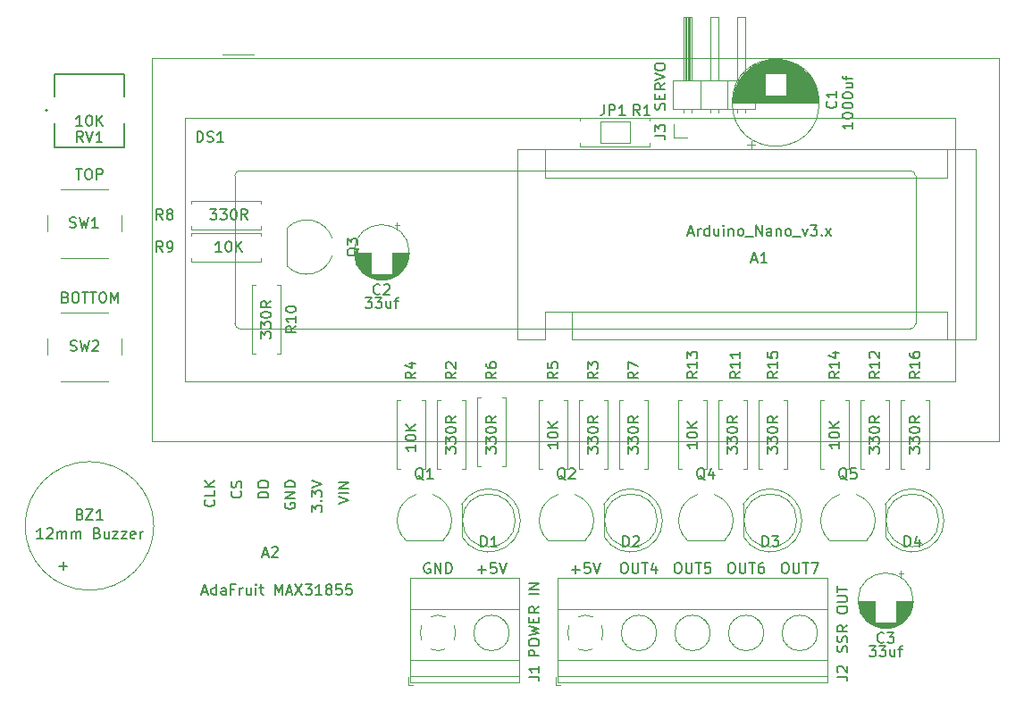
<source format=gbr>
%TF.GenerationSoftware,KiCad,Pcbnew,(5.1.9)-1*%
%TF.CreationDate,2022-04-17T16:33:26-05:00*%
%TF.ProjectId,reflow-oven-nano-shield,7265666c-6f77-42d6-9f76-656e2d6e616e,rev?*%
%TF.SameCoordinates,Original*%
%TF.FileFunction,Legend,Top*%
%TF.FilePolarity,Positive*%
%FSLAX46Y46*%
G04 Gerber Fmt 4.6, Leading zero omitted, Abs format (unit mm)*
G04 Created by KiCad (PCBNEW (5.1.9)-1) date 2022-04-17 16:33:26*
%MOMM*%
%LPD*%
G01*
G04 APERTURE LIST*
%ADD10C,0.150000*%
%ADD11C,0.120000*%
%ADD12C,0.127000*%
%ADD13C,0.200000*%
G04 APERTURE END LIST*
D10*
X161083809Y-91146380D02*
X161274285Y-91146380D01*
X161369523Y-91194000D01*
X161464761Y-91289238D01*
X161512380Y-91479714D01*
X161512380Y-91813047D01*
X161464761Y-92003523D01*
X161369523Y-92098761D01*
X161274285Y-92146380D01*
X161083809Y-92146380D01*
X160988571Y-92098761D01*
X160893333Y-92003523D01*
X160845714Y-91813047D01*
X160845714Y-91479714D01*
X160893333Y-91289238D01*
X160988571Y-91194000D01*
X161083809Y-91146380D01*
X161940952Y-91146380D02*
X161940952Y-91955904D01*
X161988571Y-92051142D01*
X162036190Y-92098761D01*
X162131428Y-92146380D01*
X162321904Y-92146380D01*
X162417142Y-92098761D01*
X162464761Y-92051142D01*
X162512380Y-91955904D01*
X162512380Y-91146380D01*
X162845714Y-91146380D02*
X163417142Y-91146380D01*
X163131428Y-92146380D02*
X163131428Y-91146380D01*
X163655238Y-91146380D02*
X164321904Y-91146380D01*
X163893333Y-92146380D01*
X156003809Y-91146380D02*
X156194285Y-91146380D01*
X156289523Y-91194000D01*
X156384761Y-91289238D01*
X156432380Y-91479714D01*
X156432380Y-91813047D01*
X156384761Y-92003523D01*
X156289523Y-92098761D01*
X156194285Y-92146380D01*
X156003809Y-92146380D01*
X155908571Y-92098761D01*
X155813333Y-92003523D01*
X155765714Y-91813047D01*
X155765714Y-91479714D01*
X155813333Y-91289238D01*
X155908571Y-91194000D01*
X156003809Y-91146380D01*
X156860952Y-91146380D02*
X156860952Y-91955904D01*
X156908571Y-92051142D01*
X156956190Y-92098761D01*
X157051428Y-92146380D01*
X157241904Y-92146380D01*
X157337142Y-92098761D01*
X157384761Y-92051142D01*
X157432380Y-91955904D01*
X157432380Y-91146380D01*
X157765714Y-91146380D02*
X158337142Y-91146380D01*
X158051428Y-92146380D02*
X158051428Y-91146380D01*
X159099047Y-91146380D02*
X158908571Y-91146380D01*
X158813333Y-91194000D01*
X158765714Y-91241619D01*
X158670476Y-91384476D01*
X158622857Y-91574952D01*
X158622857Y-91955904D01*
X158670476Y-92051142D01*
X158718095Y-92098761D01*
X158813333Y-92146380D01*
X159003809Y-92146380D01*
X159099047Y-92098761D01*
X159146666Y-92051142D01*
X159194285Y-91955904D01*
X159194285Y-91717809D01*
X159146666Y-91622571D01*
X159099047Y-91574952D01*
X159003809Y-91527333D01*
X158813333Y-91527333D01*
X158718095Y-91574952D01*
X158670476Y-91622571D01*
X158622857Y-91717809D01*
X150923809Y-91146380D02*
X151114285Y-91146380D01*
X151209523Y-91194000D01*
X151304761Y-91289238D01*
X151352380Y-91479714D01*
X151352380Y-91813047D01*
X151304761Y-92003523D01*
X151209523Y-92098761D01*
X151114285Y-92146380D01*
X150923809Y-92146380D01*
X150828571Y-92098761D01*
X150733333Y-92003523D01*
X150685714Y-91813047D01*
X150685714Y-91479714D01*
X150733333Y-91289238D01*
X150828571Y-91194000D01*
X150923809Y-91146380D01*
X151780952Y-91146380D02*
X151780952Y-91955904D01*
X151828571Y-92051142D01*
X151876190Y-92098761D01*
X151971428Y-92146380D01*
X152161904Y-92146380D01*
X152257142Y-92098761D01*
X152304761Y-92051142D01*
X152352380Y-91955904D01*
X152352380Y-91146380D01*
X152685714Y-91146380D02*
X153257142Y-91146380D01*
X152971428Y-92146380D02*
X152971428Y-91146380D01*
X154066666Y-91146380D02*
X153590476Y-91146380D01*
X153542857Y-91622571D01*
X153590476Y-91574952D01*
X153685714Y-91527333D01*
X153923809Y-91527333D01*
X154019047Y-91574952D01*
X154066666Y-91622571D01*
X154114285Y-91717809D01*
X154114285Y-91955904D01*
X154066666Y-92051142D01*
X154019047Y-92098761D01*
X153923809Y-92146380D01*
X153685714Y-92146380D01*
X153590476Y-92098761D01*
X153542857Y-92051142D01*
X145843809Y-91146380D02*
X146034285Y-91146380D01*
X146129523Y-91194000D01*
X146224761Y-91289238D01*
X146272380Y-91479714D01*
X146272380Y-91813047D01*
X146224761Y-92003523D01*
X146129523Y-92098761D01*
X146034285Y-92146380D01*
X145843809Y-92146380D01*
X145748571Y-92098761D01*
X145653333Y-92003523D01*
X145605714Y-91813047D01*
X145605714Y-91479714D01*
X145653333Y-91289238D01*
X145748571Y-91194000D01*
X145843809Y-91146380D01*
X146700952Y-91146380D02*
X146700952Y-91955904D01*
X146748571Y-92051142D01*
X146796190Y-92098761D01*
X146891428Y-92146380D01*
X147081904Y-92146380D01*
X147177142Y-92098761D01*
X147224761Y-92051142D01*
X147272380Y-91955904D01*
X147272380Y-91146380D01*
X147605714Y-91146380D02*
X148177142Y-91146380D01*
X147891428Y-92146380D02*
X147891428Y-91146380D01*
X148939047Y-91479714D02*
X148939047Y-92146380D01*
X148700952Y-91098761D02*
X148462857Y-91813047D01*
X149081904Y-91813047D01*
X140954285Y-91765428D02*
X141716190Y-91765428D01*
X141335238Y-92146380D02*
X141335238Y-91384476D01*
X142668571Y-91146380D02*
X142192380Y-91146380D01*
X142144761Y-91622571D01*
X142192380Y-91574952D01*
X142287619Y-91527333D01*
X142525714Y-91527333D01*
X142620952Y-91574952D01*
X142668571Y-91622571D01*
X142716190Y-91717809D01*
X142716190Y-91955904D01*
X142668571Y-92051142D01*
X142620952Y-92098761D01*
X142525714Y-92146380D01*
X142287619Y-92146380D01*
X142192380Y-92098761D01*
X142144761Y-92051142D01*
X143001904Y-91146380D02*
X143335238Y-92146380D01*
X143668571Y-91146380D01*
X132064285Y-91765428D02*
X132826190Y-91765428D01*
X132445238Y-92146380D02*
X132445238Y-91384476D01*
X133778571Y-91146380D02*
X133302380Y-91146380D01*
X133254761Y-91622571D01*
X133302380Y-91574952D01*
X133397619Y-91527333D01*
X133635714Y-91527333D01*
X133730952Y-91574952D01*
X133778571Y-91622571D01*
X133826190Y-91717809D01*
X133826190Y-91955904D01*
X133778571Y-92051142D01*
X133730952Y-92098761D01*
X133635714Y-92146380D01*
X133397619Y-92146380D01*
X133302380Y-92098761D01*
X133254761Y-92051142D01*
X134111904Y-91146380D02*
X134445238Y-92146380D01*
X134778571Y-91146380D01*
X127508095Y-91194000D02*
X127412857Y-91146380D01*
X127270000Y-91146380D01*
X127127142Y-91194000D01*
X127031904Y-91289238D01*
X126984285Y-91384476D01*
X126936666Y-91574952D01*
X126936666Y-91717809D01*
X126984285Y-91908285D01*
X127031904Y-92003523D01*
X127127142Y-92098761D01*
X127270000Y-92146380D01*
X127365238Y-92146380D01*
X127508095Y-92098761D01*
X127555714Y-92051142D01*
X127555714Y-91717809D01*
X127365238Y-91717809D01*
X127984285Y-92146380D02*
X127984285Y-91146380D01*
X128555714Y-92146380D01*
X128555714Y-91146380D01*
X129031904Y-92146380D02*
X129031904Y-91146380D01*
X129270000Y-91146380D01*
X129412857Y-91194000D01*
X129508095Y-91289238D01*
X129555714Y-91384476D01*
X129603333Y-91574952D01*
X129603333Y-91717809D01*
X129555714Y-91908285D01*
X129508095Y-92003523D01*
X129412857Y-92098761D01*
X129270000Y-92146380D01*
X129031904Y-92146380D01*
D11*
%TO.C,Q5*%
X165332000Y-88972000D02*
X168932000Y-88972000D01*
X168940445Y-88949684D02*
G75*
G03*
X167912000Y-84672000I-1808445J1827684D01*
G01*
X165320125Y-88963741D02*
G75*
G02*
X166312000Y-84672000I1811875J1841741D01*
G01*
%TO.C,Q4*%
X151870000Y-88972000D02*
X155470000Y-88972000D01*
X155478445Y-88949684D02*
G75*
G03*
X154450000Y-84672000I-1808445J1827684D01*
G01*
X151858125Y-88963741D02*
G75*
G02*
X152850000Y-84672000I1811875J1841741D01*
G01*
%TO.C,Q3*%
X113974000Y-59414000D02*
X113974000Y-63014000D01*
X113996316Y-63022445D02*
G75*
G03*
X118274000Y-61994000I1827684J1808445D01*
G01*
X113982259Y-59402125D02*
G75*
G02*
X118274000Y-60394000I1841741J-1811875D01*
G01*
%TO.C,Q2*%
X138662000Y-88972000D02*
X142262000Y-88972000D01*
X142270445Y-88949684D02*
G75*
G03*
X141242000Y-84672000I-1808445J1827684D01*
G01*
X138650125Y-88963741D02*
G75*
G02*
X139642000Y-84672000I1811875J1841741D01*
G01*
%TO.C,Q1*%
X125200000Y-88972000D02*
X128800000Y-88972000D01*
X128808445Y-88949684D02*
G75*
G03*
X127780000Y-84672000I-1808445J1827684D01*
G01*
X125188125Y-88963741D02*
G75*
G02*
X126180000Y-84672000I1811875J1841741D01*
G01*
%TO.C,C1*%
X164394000Y-47526000D02*
G75*
G03*
X164394000Y-47526000I-4120000J0D01*
G01*
X156194000Y-47526000D02*
X164354000Y-47526000D01*
X156194000Y-47486000D02*
X164354000Y-47486000D01*
X156194000Y-47446000D02*
X164354000Y-47446000D01*
X156195000Y-47406000D02*
X164353000Y-47406000D01*
X156197000Y-47366000D02*
X164351000Y-47366000D01*
X156198000Y-47326000D02*
X164350000Y-47326000D01*
X156200000Y-47286000D02*
X164348000Y-47286000D01*
X156203000Y-47246000D02*
X164345000Y-47246000D01*
X156206000Y-47206000D02*
X164342000Y-47206000D01*
X156209000Y-47166000D02*
X164339000Y-47166000D01*
X156213000Y-47126000D02*
X164335000Y-47126000D01*
X156217000Y-47086000D02*
X164331000Y-47086000D01*
X156222000Y-47046000D02*
X164326000Y-47046000D01*
X156226000Y-47006000D02*
X164322000Y-47006000D01*
X156232000Y-46966000D02*
X164316000Y-46966000D01*
X156237000Y-46926000D02*
X164311000Y-46926000D01*
X156244000Y-46886000D02*
X164304000Y-46886000D01*
X156250000Y-46846000D02*
X164298000Y-46846000D01*
X156257000Y-46805000D02*
X159234000Y-46805000D01*
X161314000Y-46805000D02*
X164291000Y-46805000D01*
X156264000Y-46765000D02*
X159234000Y-46765000D01*
X161314000Y-46765000D02*
X164284000Y-46765000D01*
X156272000Y-46725000D02*
X159234000Y-46725000D01*
X161314000Y-46725000D02*
X164276000Y-46725000D01*
X156280000Y-46685000D02*
X159234000Y-46685000D01*
X161314000Y-46685000D02*
X164268000Y-46685000D01*
X156289000Y-46645000D02*
X159234000Y-46645000D01*
X161314000Y-46645000D02*
X164259000Y-46645000D01*
X156298000Y-46605000D02*
X159234000Y-46605000D01*
X161314000Y-46605000D02*
X164250000Y-46605000D01*
X156307000Y-46565000D02*
X159234000Y-46565000D01*
X161314000Y-46565000D02*
X164241000Y-46565000D01*
X156317000Y-46525000D02*
X159234000Y-46525000D01*
X161314000Y-46525000D02*
X164231000Y-46525000D01*
X156327000Y-46485000D02*
X159234000Y-46485000D01*
X161314000Y-46485000D02*
X164221000Y-46485000D01*
X156338000Y-46445000D02*
X159234000Y-46445000D01*
X161314000Y-46445000D02*
X164210000Y-46445000D01*
X156349000Y-46405000D02*
X159234000Y-46405000D01*
X161314000Y-46405000D02*
X164199000Y-46405000D01*
X156360000Y-46365000D02*
X159234000Y-46365000D01*
X161314000Y-46365000D02*
X164188000Y-46365000D01*
X156372000Y-46325000D02*
X159234000Y-46325000D01*
X161314000Y-46325000D02*
X164176000Y-46325000D01*
X156385000Y-46285000D02*
X159234000Y-46285000D01*
X161314000Y-46285000D02*
X164163000Y-46285000D01*
X156397000Y-46245000D02*
X159234000Y-46245000D01*
X161314000Y-46245000D02*
X164151000Y-46245000D01*
X156411000Y-46205000D02*
X159234000Y-46205000D01*
X161314000Y-46205000D02*
X164137000Y-46205000D01*
X156424000Y-46165000D02*
X159234000Y-46165000D01*
X161314000Y-46165000D02*
X164124000Y-46165000D01*
X156439000Y-46125000D02*
X159234000Y-46125000D01*
X161314000Y-46125000D02*
X164109000Y-46125000D01*
X156453000Y-46085000D02*
X159234000Y-46085000D01*
X161314000Y-46085000D02*
X164095000Y-46085000D01*
X156469000Y-46045000D02*
X159234000Y-46045000D01*
X161314000Y-46045000D02*
X164079000Y-46045000D01*
X156484000Y-46005000D02*
X159234000Y-46005000D01*
X161314000Y-46005000D02*
X164064000Y-46005000D01*
X156500000Y-45965000D02*
X159234000Y-45965000D01*
X161314000Y-45965000D02*
X164048000Y-45965000D01*
X156517000Y-45925000D02*
X159234000Y-45925000D01*
X161314000Y-45925000D02*
X164031000Y-45925000D01*
X156534000Y-45885000D02*
X159234000Y-45885000D01*
X161314000Y-45885000D02*
X164014000Y-45885000D01*
X156552000Y-45845000D02*
X159234000Y-45845000D01*
X161314000Y-45845000D02*
X163996000Y-45845000D01*
X156570000Y-45805000D02*
X159234000Y-45805000D01*
X161314000Y-45805000D02*
X163978000Y-45805000D01*
X156588000Y-45765000D02*
X159234000Y-45765000D01*
X161314000Y-45765000D02*
X163960000Y-45765000D01*
X156608000Y-45725000D02*
X159234000Y-45725000D01*
X161314000Y-45725000D02*
X163940000Y-45725000D01*
X156627000Y-45685000D02*
X159234000Y-45685000D01*
X161314000Y-45685000D02*
X163921000Y-45685000D01*
X156647000Y-45645000D02*
X159234000Y-45645000D01*
X161314000Y-45645000D02*
X163901000Y-45645000D01*
X156668000Y-45605000D02*
X159234000Y-45605000D01*
X161314000Y-45605000D02*
X163880000Y-45605000D01*
X156690000Y-45565000D02*
X159234000Y-45565000D01*
X161314000Y-45565000D02*
X163858000Y-45565000D01*
X156712000Y-45525000D02*
X159234000Y-45525000D01*
X161314000Y-45525000D02*
X163836000Y-45525000D01*
X156734000Y-45485000D02*
X159234000Y-45485000D01*
X161314000Y-45485000D02*
X163814000Y-45485000D01*
X156757000Y-45445000D02*
X159234000Y-45445000D01*
X161314000Y-45445000D02*
X163791000Y-45445000D01*
X156781000Y-45405000D02*
X159234000Y-45405000D01*
X161314000Y-45405000D02*
X163767000Y-45405000D01*
X156805000Y-45365000D02*
X159234000Y-45365000D01*
X161314000Y-45365000D02*
X163743000Y-45365000D01*
X156830000Y-45325000D02*
X159234000Y-45325000D01*
X161314000Y-45325000D02*
X163718000Y-45325000D01*
X156856000Y-45285000D02*
X159234000Y-45285000D01*
X161314000Y-45285000D02*
X163692000Y-45285000D01*
X156882000Y-45245000D02*
X159234000Y-45245000D01*
X161314000Y-45245000D02*
X163666000Y-45245000D01*
X156909000Y-45205000D02*
X159234000Y-45205000D01*
X161314000Y-45205000D02*
X163639000Y-45205000D01*
X156936000Y-45165000D02*
X159234000Y-45165000D01*
X161314000Y-45165000D02*
X163612000Y-45165000D01*
X156965000Y-45125000D02*
X159234000Y-45125000D01*
X161314000Y-45125000D02*
X163583000Y-45125000D01*
X156994000Y-45085000D02*
X159234000Y-45085000D01*
X161314000Y-45085000D02*
X163554000Y-45085000D01*
X157024000Y-45045000D02*
X159234000Y-45045000D01*
X161314000Y-45045000D02*
X163524000Y-45045000D01*
X157054000Y-45005000D02*
X159234000Y-45005000D01*
X161314000Y-45005000D02*
X163494000Y-45005000D01*
X157085000Y-44965000D02*
X159234000Y-44965000D01*
X161314000Y-44965000D02*
X163463000Y-44965000D01*
X157118000Y-44925000D02*
X159234000Y-44925000D01*
X161314000Y-44925000D02*
X163430000Y-44925000D01*
X157150000Y-44885000D02*
X159234000Y-44885000D01*
X161314000Y-44885000D02*
X163398000Y-44885000D01*
X157184000Y-44845000D02*
X159234000Y-44845000D01*
X161314000Y-44845000D02*
X163364000Y-44845000D01*
X157219000Y-44805000D02*
X159234000Y-44805000D01*
X161314000Y-44805000D02*
X163329000Y-44805000D01*
X157255000Y-44765000D02*
X159234000Y-44765000D01*
X161314000Y-44765000D02*
X163293000Y-44765000D01*
X157291000Y-44725000D02*
X163257000Y-44725000D01*
X157329000Y-44685000D02*
X163219000Y-44685000D01*
X157367000Y-44645000D02*
X163181000Y-44645000D01*
X157407000Y-44605000D02*
X163141000Y-44605000D01*
X157448000Y-44565000D02*
X163100000Y-44565000D01*
X157490000Y-44525000D02*
X163058000Y-44525000D01*
X157533000Y-44485000D02*
X163015000Y-44485000D01*
X157577000Y-44445000D02*
X162971000Y-44445000D01*
X157623000Y-44405000D02*
X162925000Y-44405000D01*
X157670000Y-44365000D02*
X162878000Y-44365000D01*
X157718000Y-44325000D02*
X162830000Y-44325000D01*
X157769000Y-44285000D02*
X162779000Y-44285000D01*
X157820000Y-44245000D02*
X162728000Y-44245000D01*
X157874000Y-44205000D02*
X162674000Y-44205000D01*
X157929000Y-44165000D02*
X162619000Y-44165000D01*
X157987000Y-44125000D02*
X162561000Y-44125000D01*
X158046000Y-44085000D02*
X162502000Y-44085000D01*
X158108000Y-44045000D02*
X162440000Y-44045000D01*
X158172000Y-44005000D02*
X162376000Y-44005000D01*
X158240000Y-43965000D02*
X162308000Y-43965000D01*
X158310000Y-43925000D02*
X162238000Y-43925000D01*
X158384000Y-43885000D02*
X162164000Y-43885000D01*
X158461000Y-43845000D02*
X162087000Y-43845000D01*
X158543000Y-43805000D02*
X162005000Y-43805000D01*
X158629000Y-43765000D02*
X161919000Y-43765000D01*
X158722000Y-43725000D02*
X161826000Y-43725000D01*
X158821000Y-43685000D02*
X161727000Y-43685000D01*
X158928000Y-43645000D02*
X161620000Y-43645000D01*
X159045000Y-43605000D02*
X161503000Y-43605000D01*
X159176000Y-43565000D02*
X161372000Y-43565000D01*
X159326000Y-43525000D02*
X161222000Y-43525000D01*
X159506000Y-43485000D02*
X161042000Y-43485000D01*
X159741000Y-43445000D02*
X160807000Y-43445000D01*
X157959000Y-51935698D02*
X157959000Y-51135698D01*
X157559000Y-51535698D02*
X158359000Y-51535698D01*
%TO.C,C3*%
X173308000Y-94726000D02*
G75*
G03*
X173308000Y-94726000I-2620000J0D01*
G01*
X169648000Y-94726000D02*
X168108000Y-94726000D01*
X173268000Y-94726000D02*
X171728000Y-94726000D01*
X169648000Y-94766000D02*
X168108000Y-94766000D01*
X173268000Y-94766000D02*
X171728000Y-94766000D01*
X173267000Y-94806000D02*
X171728000Y-94806000D01*
X169648000Y-94806000D02*
X168109000Y-94806000D01*
X173266000Y-94846000D02*
X171728000Y-94846000D01*
X169648000Y-94846000D02*
X168110000Y-94846000D01*
X173264000Y-94886000D02*
X171728000Y-94886000D01*
X169648000Y-94886000D02*
X168112000Y-94886000D01*
X173261000Y-94926000D02*
X171728000Y-94926000D01*
X169648000Y-94926000D02*
X168115000Y-94926000D01*
X173257000Y-94966000D02*
X171728000Y-94966000D01*
X169648000Y-94966000D02*
X168119000Y-94966000D01*
X173253000Y-95006000D02*
X171728000Y-95006000D01*
X169648000Y-95006000D02*
X168123000Y-95006000D01*
X173249000Y-95046000D02*
X171728000Y-95046000D01*
X169648000Y-95046000D02*
X168127000Y-95046000D01*
X173244000Y-95086000D02*
X171728000Y-95086000D01*
X169648000Y-95086000D02*
X168132000Y-95086000D01*
X173238000Y-95126000D02*
X171728000Y-95126000D01*
X169648000Y-95126000D02*
X168138000Y-95126000D01*
X173231000Y-95166000D02*
X171728000Y-95166000D01*
X169648000Y-95166000D02*
X168145000Y-95166000D01*
X173224000Y-95206000D02*
X171728000Y-95206000D01*
X169648000Y-95206000D02*
X168152000Y-95206000D01*
X173216000Y-95246000D02*
X171728000Y-95246000D01*
X169648000Y-95246000D02*
X168160000Y-95246000D01*
X173208000Y-95286000D02*
X171728000Y-95286000D01*
X169648000Y-95286000D02*
X168168000Y-95286000D01*
X173199000Y-95326000D02*
X171728000Y-95326000D01*
X169648000Y-95326000D02*
X168177000Y-95326000D01*
X173189000Y-95366000D02*
X171728000Y-95366000D01*
X169648000Y-95366000D02*
X168187000Y-95366000D01*
X173179000Y-95406000D02*
X171728000Y-95406000D01*
X169648000Y-95406000D02*
X168197000Y-95406000D01*
X173168000Y-95447000D02*
X171728000Y-95447000D01*
X169648000Y-95447000D02*
X168208000Y-95447000D01*
X173156000Y-95487000D02*
X171728000Y-95487000D01*
X169648000Y-95487000D02*
X168220000Y-95487000D01*
X173143000Y-95527000D02*
X171728000Y-95527000D01*
X169648000Y-95527000D02*
X168233000Y-95527000D01*
X173130000Y-95567000D02*
X171728000Y-95567000D01*
X169648000Y-95567000D02*
X168246000Y-95567000D01*
X173116000Y-95607000D02*
X171728000Y-95607000D01*
X169648000Y-95607000D02*
X168260000Y-95607000D01*
X173102000Y-95647000D02*
X171728000Y-95647000D01*
X169648000Y-95647000D02*
X168274000Y-95647000D01*
X173086000Y-95687000D02*
X171728000Y-95687000D01*
X169648000Y-95687000D02*
X168290000Y-95687000D01*
X173070000Y-95727000D02*
X171728000Y-95727000D01*
X169648000Y-95727000D02*
X168306000Y-95727000D01*
X173053000Y-95767000D02*
X171728000Y-95767000D01*
X169648000Y-95767000D02*
X168323000Y-95767000D01*
X173036000Y-95807000D02*
X171728000Y-95807000D01*
X169648000Y-95807000D02*
X168340000Y-95807000D01*
X173017000Y-95847000D02*
X171728000Y-95847000D01*
X169648000Y-95847000D02*
X168359000Y-95847000D01*
X172998000Y-95887000D02*
X171728000Y-95887000D01*
X169648000Y-95887000D02*
X168378000Y-95887000D01*
X172978000Y-95927000D02*
X171728000Y-95927000D01*
X169648000Y-95927000D02*
X168398000Y-95927000D01*
X172956000Y-95967000D02*
X171728000Y-95967000D01*
X169648000Y-95967000D02*
X168420000Y-95967000D01*
X172935000Y-96007000D02*
X171728000Y-96007000D01*
X169648000Y-96007000D02*
X168441000Y-96007000D01*
X172912000Y-96047000D02*
X171728000Y-96047000D01*
X169648000Y-96047000D02*
X168464000Y-96047000D01*
X172888000Y-96087000D02*
X171728000Y-96087000D01*
X169648000Y-96087000D02*
X168488000Y-96087000D01*
X172863000Y-96127000D02*
X171728000Y-96127000D01*
X169648000Y-96127000D02*
X168513000Y-96127000D01*
X172837000Y-96167000D02*
X171728000Y-96167000D01*
X169648000Y-96167000D02*
X168539000Y-96167000D01*
X172810000Y-96207000D02*
X171728000Y-96207000D01*
X169648000Y-96207000D02*
X168566000Y-96207000D01*
X172783000Y-96247000D02*
X171728000Y-96247000D01*
X169648000Y-96247000D02*
X168593000Y-96247000D01*
X172753000Y-96287000D02*
X171728000Y-96287000D01*
X169648000Y-96287000D02*
X168623000Y-96287000D01*
X172723000Y-96327000D02*
X171728000Y-96327000D01*
X169648000Y-96327000D02*
X168653000Y-96327000D01*
X172692000Y-96367000D02*
X171728000Y-96367000D01*
X169648000Y-96367000D02*
X168684000Y-96367000D01*
X172659000Y-96407000D02*
X171728000Y-96407000D01*
X169648000Y-96407000D02*
X168717000Y-96407000D01*
X172625000Y-96447000D02*
X171728000Y-96447000D01*
X169648000Y-96447000D02*
X168751000Y-96447000D01*
X172589000Y-96487000D02*
X171728000Y-96487000D01*
X169648000Y-96487000D02*
X168787000Y-96487000D01*
X172552000Y-96527000D02*
X171728000Y-96527000D01*
X169648000Y-96527000D02*
X168824000Y-96527000D01*
X172514000Y-96567000D02*
X171728000Y-96567000D01*
X169648000Y-96567000D02*
X168862000Y-96567000D01*
X172473000Y-96607000D02*
X171728000Y-96607000D01*
X169648000Y-96607000D02*
X168903000Y-96607000D01*
X172431000Y-96647000D02*
X171728000Y-96647000D01*
X169648000Y-96647000D02*
X168945000Y-96647000D01*
X172387000Y-96687000D02*
X171728000Y-96687000D01*
X169648000Y-96687000D02*
X168989000Y-96687000D01*
X172341000Y-96727000D02*
X171728000Y-96727000D01*
X169648000Y-96727000D02*
X169035000Y-96727000D01*
X172293000Y-96767000D02*
X169083000Y-96767000D01*
X172242000Y-96807000D02*
X169134000Y-96807000D01*
X172188000Y-96847000D02*
X169188000Y-96847000D01*
X172131000Y-96887000D02*
X169245000Y-96887000D01*
X172071000Y-96927000D02*
X169305000Y-96927000D01*
X172007000Y-96967000D02*
X169369000Y-96967000D01*
X171939000Y-97007000D02*
X169437000Y-97007000D01*
X171866000Y-97047000D02*
X169510000Y-97047000D01*
X171786000Y-97087000D02*
X169590000Y-97087000D01*
X171699000Y-97127000D02*
X169677000Y-97127000D01*
X171603000Y-97167000D02*
X169773000Y-97167000D01*
X171493000Y-97207000D02*
X169883000Y-97207000D01*
X171365000Y-97247000D02*
X170011000Y-97247000D01*
X171206000Y-97287000D02*
X170170000Y-97287000D01*
X170972000Y-97327000D02*
X170404000Y-97327000D01*
X172163000Y-91921225D02*
X172163000Y-92421225D01*
X172413000Y-92171225D02*
X171913000Y-92171225D01*
%TO.C,BZ1*%
X101350000Y-87640000D02*
G75*
G03*
X101350000Y-87640000I-6100000J0D01*
G01*
%TO.C,SW2*%
X92544000Y-73898000D02*
X97044000Y-73898000D01*
X91294000Y-69898000D02*
X91294000Y-71398000D01*
X97044000Y-67398000D02*
X92544000Y-67398000D01*
X98294000Y-71398000D02*
X98294000Y-69898000D01*
%TO.C,SW1*%
X92541600Y-62214000D02*
X97041600Y-62214000D01*
X91291600Y-58214000D02*
X91291600Y-59714000D01*
X97041600Y-55714000D02*
X92541600Y-55714000D01*
X98291600Y-59714000D02*
X98291600Y-58214000D01*
D12*
%TO.C,RV1*%
X91950000Y-51780000D02*
X91950000Y-49495000D01*
X91950000Y-46955000D02*
X91950000Y-44790000D01*
X91950000Y-44790000D02*
X98550000Y-44790000D01*
X98550000Y-44790000D02*
X98550000Y-46955000D01*
X98550000Y-49495000D02*
X98550000Y-51780000D01*
X98550000Y-51790000D02*
X91950000Y-51790000D01*
D13*
X91286000Y-48260000D02*
G75*
G03*
X91286000Y-48260000I-100000J0D01*
G01*
D11*
%TO.C,R16*%
X174522000Y-75724000D02*
X174852000Y-75724000D01*
X174852000Y-75724000D02*
X174852000Y-82264000D01*
X174852000Y-82264000D02*
X174522000Y-82264000D01*
X172442000Y-75724000D02*
X172112000Y-75724000D01*
X172112000Y-75724000D02*
X172112000Y-82264000D01*
X172112000Y-82264000D02*
X172442000Y-82264000D01*
%TO.C,R15*%
X161060000Y-75724000D02*
X161390000Y-75724000D01*
X161390000Y-75724000D02*
X161390000Y-82264000D01*
X161390000Y-82264000D02*
X161060000Y-82264000D01*
X158980000Y-75724000D02*
X158650000Y-75724000D01*
X158650000Y-75724000D02*
X158650000Y-82264000D01*
X158650000Y-82264000D02*
X158980000Y-82264000D01*
%TO.C,R14*%
X166902000Y-75724000D02*
X167232000Y-75724000D01*
X167232000Y-75724000D02*
X167232000Y-82264000D01*
X167232000Y-82264000D02*
X166902000Y-82264000D01*
X164822000Y-75724000D02*
X164492000Y-75724000D01*
X164492000Y-75724000D02*
X164492000Y-82264000D01*
X164492000Y-82264000D02*
X164822000Y-82264000D01*
%TO.C,R13*%
X153440000Y-75724000D02*
X153770000Y-75724000D01*
X153770000Y-75724000D02*
X153770000Y-82264000D01*
X153770000Y-82264000D02*
X153440000Y-82264000D01*
X151360000Y-75724000D02*
X151030000Y-75724000D01*
X151030000Y-75724000D02*
X151030000Y-82264000D01*
X151030000Y-82264000D02*
X151360000Y-82264000D01*
%TO.C,R12*%
X168632000Y-82264000D02*
X168302000Y-82264000D01*
X168302000Y-82264000D02*
X168302000Y-75724000D01*
X168302000Y-75724000D02*
X168632000Y-75724000D01*
X170712000Y-82264000D02*
X171042000Y-82264000D01*
X171042000Y-82264000D02*
X171042000Y-75724000D01*
X171042000Y-75724000D02*
X170712000Y-75724000D01*
%TO.C,R11*%
X155170000Y-82264000D02*
X154840000Y-82264000D01*
X154840000Y-82264000D02*
X154840000Y-75724000D01*
X154840000Y-75724000D02*
X155170000Y-75724000D01*
X157250000Y-82264000D02*
X157580000Y-82264000D01*
X157580000Y-82264000D02*
X157580000Y-75724000D01*
X157580000Y-75724000D02*
X157250000Y-75724000D01*
%TO.C,R10*%
X113054000Y-64802000D02*
X113384000Y-64802000D01*
X113384000Y-64802000D02*
X113384000Y-71342000D01*
X113384000Y-71342000D02*
X113054000Y-71342000D01*
X110974000Y-64802000D02*
X110644000Y-64802000D01*
X110644000Y-64802000D02*
X110644000Y-71342000D01*
X110644000Y-71342000D02*
X110974000Y-71342000D01*
%TO.C,R9*%
X104934000Y-60174000D02*
X104934000Y-59844000D01*
X104934000Y-59844000D02*
X111474000Y-59844000D01*
X111474000Y-59844000D02*
X111474000Y-60174000D01*
X104934000Y-62254000D02*
X104934000Y-62584000D01*
X104934000Y-62584000D02*
X111474000Y-62584000D01*
X111474000Y-62584000D02*
X111474000Y-62254000D01*
%TO.C,R8*%
X111474000Y-59206000D02*
X111474000Y-59536000D01*
X111474000Y-59536000D02*
X104934000Y-59536000D01*
X104934000Y-59536000D02*
X104934000Y-59206000D01*
X111474000Y-57126000D02*
X111474000Y-56796000D01*
X111474000Y-56796000D02*
X104934000Y-56796000D01*
X104934000Y-56796000D02*
X104934000Y-57126000D01*
%TO.C,R7*%
X147852000Y-75724000D02*
X148182000Y-75724000D01*
X148182000Y-75724000D02*
X148182000Y-82264000D01*
X148182000Y-82264000D02*
X147852000Y-82264000D01*
X145772000Y-75724000D02*
X145442000Y-75724000D01*
X145442000Y-75724000D02*
X145442000Y-82264000D01*
X145442000Y-82264000D02*
X145772000Y-82264000D01*
%TO.C,R6*%
X134390000Y-75470000D02*
X134720000Y-75470000D01*
X134720000Y-75470000D02*
X134720000Y-82010000D01*
X134720000Y-82010000D02*
X134390000Y-82010000D01*
X132310000Y-75470000D02*
X131980000Y-75470000D01*
X131980000Y-75470000D02*
X131980000Y-82010000D01*
X131980000Y-82010000D02*
X132310000Y-82010000D01*
%TO.C,R5*%
X140232000Y-75724000D02*
X140562000Y-75724000D01*
X140562000Y-75724000D02*
X140562000Y-82264000D01*
X140562000Y-82264000D02*
X140232000Y-82264000D01*
X138152000Y-75724000D02*
X137822000Y-75724000D01*
X137822000Y-75724000D02*
X137822000Y-82264000D01*
X137822000Y-82264000D02*
X138152000Y-82264000D01*
%TO.C,R4*%
X126770000Y-75724000D02*
X127100000Y-75724000D01*
X127100000Y-75724000D02*
X127100000Y-82264000D01*
X127100000Y-82264000D02*
X126770000Y-82264000D01*
X124690000Y-75724000D02*
X124360000Y-75724000D01*
X124360000Y-75724000D02*
X124360000Y-82264000D01*
X124360000Y-82264000D02*
X124690000Y-82264000D01*
%TO.C,R3*%
X141962000Y-82264000D02*
X141632000Y-82264000D01*
X141632000Y-82264000D02*
X141632000Y-75724000D01*
X141632000Y-75724000D02*
X141962000Y-75724000D01*
X144042000Y-82264000D02*
X144372000Y-82264000D01*
X144372000Y-82264000D02*
X144372000Y-75724000D01*
X144372000Y-75724000D02*
X144042000Y-75724000D01*
%TO.C,R2*%
X128500000Y-82264000D02*
X128170000Y-82264000D01*
X128170000Y-82264000D02*
X128170000Y-75724000D01*
X128170000Y-75724000D02*
X128500000Y-75724000D01*
X130580000Y-82264000D02*
X130910000Y-82264000D01*
X130910000Y-82264000D02*
X130910000Y-75724000D01*
X130910000Y-75724000D02*
X130580000Y-75724000D01*
%TO.C,R1*%
X148304000Y-51332000D02*
X148304000Y-51662000D01*
X148304000Y-51662000D02*
X141764000Y-51662000D01*
X141764000Y-51662000D02*
X141764000Y-51332000D01*
X148304000Y-49252000D02*
X148304000Y-48922000D01*
X148304000Y-48922000D02*
X141764000Y-48922000D01*
X141764000Y-48922000D02*
X141764000Y-49252000D01*
%TO.C,JP1*%
X143671000Y-51292000D02*
X143671000Y-49292000D01*
X146471000Y-51292000D02*
X143671000Y-51292000D01*
X146471000Y-49292000D02*
X146471000Y-51292000D01*
X143671000Y-49292000D02*
X146471000Y-49292000D01*
%TO.C,J3*%
X150562000Y-48090000D02*
X158302000Y-48090000D01*
X158302000Y-48090000D02*
X158302000Y-45430000D01*
X158302000Y-45430000D02*
X150562000Y-45430000D01*
X150562000Y-45430000D02*
X150562000Y-48090000D01*
X151512000Y-45430000D02*
X151512000Y-39430000D01*
X151512000Y-39430000D02*
X152272000Y-39430000D01*
X152272000Y-39430000D02*
X152272000Y-45430000D01*
X151572000Y-45430000D02*
X151572000Y-39430000D01*
X151692000Y-45430000D02*
X151692000Y-39430000D01*
X151812000Y-45430000D02*
X151812000Y-39430000D01*
X151932000Y-45430000D02*
X151932000Y-39430000D01*
X152052000Y-45430000D02*
X152052000Y-39430000D01*
X152172000Y-45430000D02*
X152172000Y-39430000D01*
X151512000Y-48420000D02*
X151512000Y-48090000D01*
X152272000Y-48420000D02*
X152272000Y-48090000D01*
X153162000Y-48090000D02*
X153162000Y-45430000D01*
X154052000Y-45430000D02*
X154052000Y-39430000D01*
X154052000Y-39430000D02*
X154812000Y-39430000D01*
X154812000Y-39430000D02*
X154812000Y-45430000D01*
X154052000Y-48487071D02*
X154052000Y-48090000D01*
X154812000Y-48487071D02*
X154812000Y-48090000D01*
X155702000Y-48090000D02*
X155702000Y-45430000D01*
X156592000Y-45430000D02*
X156592000Y-39430000D01*
X156592000Y-39430000D02*
X157352000Y-39430000D01*
X157352000Y-39430000D02*
X157352000Y-45430000D01*
X156592000Y-48487071D02*
X156592000Y-48090000D01*
X157352000Y-48487071D02*
X157352000Y-48090000D01*
X151892000Y-50800000D02*
X150622000Y-50800000D01*
X150622000Y-50800000D02*
X150622000Y-49530000D01*
%TO.C,J2*%
X149000000Y-97790000D02*
G75*
G03*
X149000000Y-97790000I-1680000J0D01*
G01*
X154080000Y-97790000D02*
G75*
G03*
X154080000Y-97790000I-1680000J0D01*
G01*
X159160000Y-97790000D02*
G75*
G03*
X159160000Y-97790000I-1680000J0D01*
G01*
X164240000Y-97790000D02*
G75*
G03*
X164240000Y-97790000I-1680000J0D01*
G01*
X139640000Y-101890000D02*
X165160000Y-101890000D01*
X139640000Y-100390000D02*
X165160000Y-100390000D01*
X139640000Y-95489000D02*
X165160000Y-95489000D01*
X139640000Y-92529000D02*
X165160000Y-92529000D01*
X139640000Y-102450000D02*
X165160000Y-102450000D01*
X139640000Y-92529000D02*
X139640000Y-102450000D01*
X165160000Y-92529000D02*
X165160000Y-102450000D01*
X148595000Y-96721000D02*
X148548000Y-96767000D01*
X146286000Y-99029000D02*
X146251000Y-99064000D01*
X148390000Y-96515000D02*
X148355000Y-96551000D01*
X146093000Y-98813000D02*
X146046000Y-98859000D01*
X153675000Y-96721000D02*
X153628000Y-96767000D01*
X151366000Y-99029000D02*
X151331000Y-99064000D01*
X153470000Y-96515000D02*
X153435000Y-96551000D01*
X151173000Y-98813000D02*
X151126000Y-98859000D01*
X158755000Y-96721000D02*
X158708000Y-96767000D01*
X156446000Y-99029000D02*
X156411000Y-99064000D01*
X158550000Y-96515000D02*
X158515000Y-96551000D01*
X156253000Y-98813000D02*
X156206000Y-98859000D01*
X163835000Y-96721000D02*
X163788000Y-96767000D01*
X161526000Y-99029000D02*
X161491000Y-99064000D01*
X163630000Y-96515000D02*
X163595000Y-96551000D01*
X161333000Y-98813000D02*
X161286000Y-98859000D01*
X139400000Y-101950000D02*
X139400000Y-102690000D01*
X139400000Y-102690000D02*
X139900000Y-102690000D01*
X142268805Y-99470253D02*
G75*
G02*
X141556000Y-99325000I-28805J1680253D01*
G01*
X140704574Y-98473042D02*
G75*
G02*
X140705000Y-97106000I1535426J683042D01*
G01*
X141556958Y-96254574D02*
G75*
G02*
X142924000Y-96255000I683042J-1535426D01*
G01*
X143775426Y-97106958D02*
G75*
G02*
X143775000Y-98474000I-1535426J-683042D01*
G01*
X142923318Y-99324756D02*
G75*
G02*
X142240000Y-99470000I-683318J1534756D01*
G01*
%TO.C,J1*%
X135030000Y-97790000D02*
G75*
G03*
X135030000Y-97790000I-1680000J0D01*
G01*
X125670000Y-101890000D02*
X135950000Y-101890000D01*
X125670000Y-100390000D02*
X135950000Y-100390000D01*
X125670000Y-95489000D02*
X135950000Y-95489000D01*
X125670000Y-92529000D02*
X135950000Y-92529000D01*
X125670000Y-102450000D02*
X135950000Y-102450000D01*
X125670000Y-92529000D02*
X125670000Y-102450000D01*
X135950000Y-92529000D02*
X135950000Y-102450000D01*
X134625000Y-96721000D02*
X134578000Y-96767000D01*
X132316000Y-99029000D02*
X132281000Y-99064000D01*
X134420000Y-96515000D02*
X134385000Y-96551000D01*
X132123000Y-98813000D02*
X132076000Y-98859000D01*
X125430000Y-101950000D02*
X125430000Y-102690000D01*
X125430000Y-102690000D02*
X125930000Y-102690000D01*
X128298805Y-99470253D02*
G75*
G02*
X127586000Y-99325000I-28805J1680253D01*
G01*
X126734574Y-98473042D02*
G75*
G02*
X126735000Y-97106000I1535426J683042D01*
G01*
X127586958Y-96254574D02*
G75*
G02*
X128954000Y-96255000I683042J-1535426D01*
G01*
X129805426Y-97106958D02*
G75*
G02*
X129805000Y-98474000I-1535426J-683042D01*
G01*
X128953318Y-99324756D02*
G75*
G02*
X128270000Y-99470000I-683318J1534756D01*
G01*
%TO.C,DS1*%
X101180000Y-79605000D02*
X181460000Y-79605000D01*
X181460000Y-79605000D02*
X181460000Y-43325000D01*
X181460000Y-43325000D02*
X101980000Y-43325000D01*
X101180000Y-43325000D02*
X101180000Y-79605000D01*
X101190000Y-43325000D02*
X101980000Y-43325000D01*
X107820000Y-42965000D02*
X110820000Y-42965000D01*
X109520000Y-53965000D02*
X173020000Y-53965000D01*
X109020280Y-68464320D02*
X109020280Y-54465000D01*
X173020660Y-68965000D02*
X109520000Y-68965000D01*
X173520000Y-54465000D02*
X173520000Y-68465000D01*
X104320000Y-48965000D02*
X177320000Y-48965000D01*
X177320000Y-48965000D02*
X177320000Y-73965000D01*
X177320000Y-73965000D02*
X104320000Y-73965000D01*
X104320000Y-73965000D02*
X104320000Y-48965000D01*
X109520660Y-53963460D02*
G75*
G03*
X109020280Y-54463840I0J-500380D01*
G01*
X109020280Y-68464320D02*
G75*
G03*
X109520660Y-68964700I500380J0D01*
G01*
X173020660Y-68964700D02*
G75*
G03*
X173521040Y-68464320I0J500380D01*
G01*
X173520000Y-54465000D02*
G75*
G03*
X173020000Y-53965000I-500000J0D01*
G01*
%TO.C,D4*%
X175728000Y-87122000D02*
G75*
G03*
X175728000Y-87122000I-2500000J0D01*
G01*
X170668000Y-85577000D02*
X170668000Y-88667000D01*
X176218000Y-87121538D02*
G75*
G02*
X170668000Y-88666830I-2990000J-462D01*
G01*
X176218000Y-87122462D02*
G75*
G03*
X170668000Y-85577170I-2990000J462D01*
G01*
%TO.C,D3*%
X162266000Y-87122000D02*
G75*
G03*
X162266000Y-87122000I-2500000J0D01*
G01*
X157206000Y-85577000D02*
X157206000Y-88667000D01*
X162756000Y-87121538D02*
G75*
G02*
X157206000Y-88666830I-2990000J-462D01*
G01*
X162756000Y-87122462D02*
G75*
G03*
X157206000Y-85577170I-2990000J462D01*
G01*
%TO.C,D2*%
X149058000Y-87122000D02*
G75*
G03*
X149058000Y-87122000I-2500000J0D01*
G01*
X143998000Y-85577000D02*
X143998000Y-88667000D01*
X149548000Y-87121538D02*
G75*
G02*
X143998000Y-88666830I-2990000J-462D01*
G01*
X149548000Y-87122462D02*
G75*
G03*
X143998000Y-85577170I-2990000J462D01*
G01*
%TO.C,D1*%
X135596000Y-87122000D02*
G75*
G03*
X135596000Y-87122000I-2500000J0D01*
G01*
X130536000Y-85577000D02*
X130536000Y-88667000D01*
X136086000Y-87121538D02*
G75*
G02*
X130536000Y-88666830I-2990000J-462D01*
G01*
X136086000Y-87122462D02*
G75*
G03*
X130536000Y-85577170I-2990000J462D01*
G01*
%TO.C,C2*%
X125556000Y-61706000D02*
G75*
G03*
X125556000Y-61706000I-2620000J0D01*
G01*
X121896000Y-61706000D02*
X120356000Y-61706000D01*
X125516000Y-61706000D02*
X123976000Y-61706000D01*
X121896000Y-61746000D02*
X120356000Y-61746000D01*
X125516000Y-61746000D02*
X123976000Y-61746000D01*
X125515000Y-61786000D02*
X123976000Y-61786000D01*
X121896000Y-61786000D02*
X120357000Y-61786000D01*
X125514000Y-61826000D02*
X123976000Y-61826000D01*
X121896000Y-61826000D02*
X120358000Y-61826000D01*
X125512000Y-61866000D02*
X123976000Y-61866000D01*
X121896000Y-61866000D02*
X120360000Y-61866000D01*
X125509000Y-61906000D02*
X123976000Y-61906000D01*
X121896000Y-61906000D02*
X120363000Y-61906000D01*
X125505000Y-61946000D02*
X123976000Y-61946000D01*
X121896000Y-61946000D02*
X120367000Y-61946000D01*
X125501000Y-61986000D02*
X123976000Y-61986000D01*
X121896000Y-61986000D02*
X120371000Y-61986000D01*
X125497000Y-62026000D02*
X123976000Y-62026000D01*
X121896000Y-62026000D02*
X120375000Y-62026000D01*
X125492000Y-62066000D02*
X123976000Y-62066000D01*
X121896000Y-62066000D02*
X120380000Y-62066000D01*
X125486000Y-62106000D02*
X123976000Y-62106000D01*
X121896000Y-62106000D02*
X120386000Y-62106000D01*
X125479000Y-62146000D02*
X123976000Y-62146000D01*
X121896000Y-62146000D02*
X120393000Y-62146000D01*
X125472000Y-62186000D02*
X123976000Y-62186000D01*
X121896000Y-62186000D02*
X120400000Y-62186000D01*
X125464000Y-62226000D02*
X123976000Y-62226000D01*
X121896000Y-62226000D02*
X120408000Y-62226000D01*
X125456000Y-62266000D02*
X123976000Y-62266000D01*
X121896000Y-62266000D02*
X120416000Y-62266000D01*
X125447000Y-62306000D02*
X123976000Y-62306000D01*
X121896000Y-62306000D02*
X120425000Y-62306000D01*
X125437000Y-62346000D02*
X123976000Y-62346000D01*
X121896000Y-62346000D02*
X120435000Y-62346000D01*
X125427000Y-62386000D02*
X123976000Y-62386000D01*
X121896000Y-62386000D02*
X120445000Y-62386000D01*
X125416000Y-62427000D02*
X123976000Y-62427000D01*
X121896000Y-62427000D02*
X120456000Y-62427000D01*
X125404000Y-62467000D02*
X123976000Y-62467000D01*
X121896000Y-62467000D02*
X120468000Y-62467000D01*
X125391000Y-62507000D02*
X123976000Y-62507000D01*
X121896000Y-62507000D02*
X120481000Y-62507000D01*
X125378000Y-62547000D02*
X123976000Y-62547000D01*
X121896000Y-62547000D02*
X120494000Y-62547000D01*
X125364000Y-62587000D02*
X123976000Y-62587000D01*
X121896000Y-62587000D02*
X120508000Y-62587000D01*
X125350000Y-62627000D02*
X123976000Y-62627000D01*
X121896000Y-62627000D02*
X120522000Y-62627000D01*
X125334000Y-62667000D02*
X123976000Y-62667000D01*
X121896000Y-62667000D02*
X120538000Y-62667000D01*
X125318000Y-62707000D02*
X123976000Y-62707000D01*
X121896000Y-62707000D02*
X120554000Y-62707000D01*
X125301000Y-62747000D02*
X123976000Y-62747000D01*
X121896000Y-62747000D02*
X120571000Y-62747000D01*
X125284000Y-62787000D02*
X123976000Y-62787000D01*
X121896000Y-62787000D02*
X120588000Y-62787000D01*
X125265000Y-62827000D02*
X123976000Y-62827000D01*
X121896000Y-62827000D02*
X120607000Y-62827000D01*
X125246000Y-62867000D02*
X123976000Y-62867000D01*
X121896000Y-62867000D02*
X120626000Y-62867000D01*
X125226000Y-62907000D02*
X123976000Y-62907000D01*
X121896000Y-62907000D02*
X120646000Y-62907000D01*
X125204000Y-62947000D02*
X123976000Y-62947000D01*
X121896000Y-62947000D02*
X120668000Y-62947000D01*
X125183000Y-62987000D02*
X123976000Y-62987000D01*
X121896000Y-62987000D02*
X120689000Y-62987000D01*
X125160000Y-63027000D02*
X123976000Y-63027000D01*
X121896000Y-63027000D02*
X120712000Y-63027000D01*
X125136000Y-63067000D02*
X123976000Y-63067000D01*
X121896000Y-63067000D02*
X120736000Y-63067000D01*
X125111000Y-63107000D02*
X123976000Y-63107000D01*
X121896000Y-63107000D02*
X120761000Y-63107000D01*
X125085000Y-63147000D02*
X123976000Y-63147000D01*
X121896000Y-63147000D02*
X120787000Y-63147000D01*
X125058000Y-63187000D02*
X123976000Y-63187000D01*
X121896000Y-63187000D02*
X120814000Y-63187000D01*
X125031000Y-63227000D02*
X123976000Y-63227000D01*
X121896000Y-63227000D02*
X120841000Y-63227000D01*
X125001000Y-63267000D02*
X123976000Y-63267000D01*
X121896000Y-63267000D02*
X120871000Y-63267000D01*
X124971000Y-63307000D02*
X123976000Y-63307000D01*
X121896000Y-63307000D02*
X120901000Y-63307000D01*
X124940000Y-63347000D02*
X123976000Y-63347000D01*
X121896000Y-63347000D02*
X120932000Y-63347000D01*
X124907000Y-63387000D02*
X123976000Y-63387000D01*
X121896000Y-63387000D02*
X120965000Y-63387000D01*
X124873000Y-63427000D02*
X123976000Y-63427000D01*
X121896000Y-63427000D02*
X120999000Y-63427000D01*
X124837000Y-63467000D02*
X123976000Y-63467000D01*
X121896000Y-63467000D02*
X121035000Y-63467000D01*
X124800000Y-63507000D02*
X123976000Y-63507000D01*
X121896000Y-63507000D02*
X121072000Y-63507000D01*
X124762000Y-63547000D02*
X123976000Y-63547000D01*
X121896000Y-63547000D02*
X121110000Y-63547000D01*
X124721000Y-63587000D02*
X123976000Y-63587000D01*
X121896000Y-63587000D02*
X121151000Y-63587000D01*
X124679000Y-63627000D02*
X123976000Y-63627000D01*
X121896000Y-63627000D02*
X121193000Y-63627000D01*
X124635000Y-63667000D02*
X123976000Y-63667000D01*
X121896000Y-63667000D02*
X121237000Y-63667000D01*
X124589000Y-63707000D02*
X123976000Y-63707000D01*
X121896000Y-63707000D02*
X121283000Y-63707000D01*
X124541000Y-63747000D02*
X121331000Y-63747000D01*
X124490000Y-63787000D02*
X121382000Y-63787000D01*
X124436000Y-63827000D02*
X121436000Y-63827000D01*
X124379000Y-63867000D02*
X121493000Y-63867000D01*
X124319000Y-63907000D02*
X121553000Y-63907000D01*
X124255000Y-63947000D02*
X121617000Y-63947000D01*
X124187000Y-63987000D02*
X121685000Y-63987000D01*
X124114000Y-64027000D02*
X121758000Y-64027000D01*
X124034000Y-64067000D02*
X121838000Y-64067000D01*
X123947000Y-64107000D02*
X121925000Y-64107000D01*
X123851000Y-64147000D02*
X122021000Y-64147000D01*
X123741000Y-64187000D02*
X122131000Y-64187000D01*
X123613000Y-64227000D02*
X122259000Y-64227000D01*
X123454000Y-64267000D02*
X122418000Y-64267000D01*
X123220000Y-64307000D02*
X122652000Y-64307000D01*
X124411000Y-58901225D02*
X124411000Y-59401225D01*
X124661000Y-59151225D02*
X124161000Y-59151225D01*
%TO.C,A1*%
X140970000Y-67310000D02*
X138430000Y-67310000D01*
X138430000Y-67310000D02*
X138430000Y-69980000D01*
X140970000Y-69980000D02*
X179200000Y-69980000D01*
X135760000Y-69980000D02*
X138430000Y-69980000D01*
X138430000Y-54610000D02*
X138430000Y-51940000D01*
X138430000Y-54610000D02*
X176530000Y-54610000D01*
X176530000Y-54610000D02*
X176530000Y-51940000D01*
X140970000Y-67310000D02*
X140970000Y-69980000D01*
X140970000Y-67310000D02*
X176530000Y-67310000D01*
X176530000Y-67310000D02*
X176530000Y-69980000D01*
X179200000Y-69980000D02*
X179200000Y-51940000D01*
X179200000Y-51940000D02*
X135760000Y-51940000D01*
X135760000Y-51940000D02*
X135760000Y-69980000D01*
%TO.C,Q5*%
D10*
X167036761Y-83269619D02*
X166941523Y-83222000D01*
X166846285Y-83126761D01*
X166703428Y-82983904D01*
X166608190Y-82936285D01*
X166512952Y-82936285D01*
X166560571Y-83174380D02*
X166465333Y-83126761D01*
X166370095Y-83031523D01*
X166322476Y-82841047D01*
X166322476Y-82507714D01*
X166370095Y-82317238D01*
X166465333Y-82222000D01*
X166560571Y-82174380D01*
X166751047Y-82174380D01*
X166846285Y-82222000D01*
X166941523Y-82317238D01*
X166989142Y-82507714D01*
X166989142Y-82841047D01*
X166941523Y-83031523D01*
X166846285Y-83126761D01*
X166751047Y-83174380D01*
X166560571Y-83174380D01*
X167893904Y-82174380D02*
X167417714Y-82174380D01*
X167370095Y-82650571D01*
X167417714Y-82602952D01*
X167512952Y-82555333D01*
X167751047Y-82555333D01*
X167846285Y-82602952D01*
X167893904Y-82650571D01*
X167941523Y-82745809D01*
X167941523Y-82983904D01*
X167893904Y-83079142D01*
X167846285Y-83126761D01*
X167751047Y-83174380D01*
X167512952Y-83174380D01*
X167417714Y-83126761D01*
X167370095Y-83079142D01*
%TO.C,Q4*%
X153574761Y-83269619D02*
X153479523Y-83222000D01*
X153384285Y-83126761D01*
X153241428Y-82983904D01*
X153146190Y-82936285D01*
X153050952Y-82936285D01*
X153098571Y-83174380D02*
X153003333Y-83126761D01*
X152908095Y-83031523D01*
X152860476Y-82841047D01*
X152860476Y-82507714D01*
X152908095Y-82317238D01*
X153003333Y-82222000D01*
X153098571Y-82174380D01*
X153289047Y-82174380D01*
X153384285Y-82222000D01*
X153479523Y-82317238D01*
X153527142Y-82507714D01*
X153527142Y-82841047D01*
X153479523Y-83031523D01*
X153384285Y-83126761D01*
X153289047Y-83174380D01*
X153098571Y-83174380D01*
X154384285Y-82507714D02*
X154384285Y-83174380D01*
X154146190Y-82126761D02*
X153908095Y-82841047D01*
X154527142Y-82841047D01*
%TO.C,Q3*%
X120771619Y-61309238D02*
X120724000Y-61404476D01*
X120628761Y-61499714D01*
X120485904Y-61642571D01*
X120438285Y-61737809D01*
X120438285Y-61833047D01*
X120676380Y-61785428D02*
X120628761Y-61880666D01*
X120533523Y-61975904D01*
X120343047Y-62023523D01*
X120009714Y-62023523D01*
X119819238Y-61975904D01*
X119724000Y-61880666D01*
X119676380Y-61785428D01*
X119676380Y-61594952D01*
X119724000Y-61499714D01*
X119819238Y-61404476D01*
X120009714Y-61356857D01*
X120343047Y-61356857D01*
X120533523Y-61404476D01*
X120628761Y-61499714D01*
X120676380Y-61594952D01*
X120676380Y-61785428D01*
X119676380Y-61023523D02*
X119676380Y-60404476D01*
X120057333Y-60737809D01*
X120057333Y-60594952D01*
X120104952Y-60499714D01*
X120152571Y-60452095D01*
X120247809Y-60404476D01*
X120485904Y-60404476D01*
X120581142Y-60452095D01*
X120628761Y-60499714D01*
X120676380Y-60594952D01*
X120676380Y-60880666D01*
X120628761Y-60975904D01*
X120581142Y-61023523D01*
%TO.C,Q2*%
X140366761Y-83269619D02*
X140271523Y-83222000D01*
X140176285Y-83126761D01*
X140033428Y-82983904D01*
X139938190Y-82936285D01*
X139842952Y-82936285D01*
X139890571Y-83174380D02*
X139795333Y-83126761D01*
X139700095Y-83031523D01*
X139652476Y-82841047D01*
X139652476Y-82507714D01*
X139700095Y-82317238D01*
X139795333Y-82222000D01*
X139890571Y-82174380D01*
X140081047Y-82174380D01*
X140176285Y-82222000D01*
X140271523Y-82317238D01*
X140319142Y-82507714D01*
X140319142Y-82841047D01*
X140271523Y-83031523D01*
X140176285Y-83126761D01*
X140081047Y-83174380D01*
X139890571Y-83174380D01*
X140700095Y-82269619D02*
X140747714Y-82222000D01*
X140842952Y-82174380D01*
X141081047Y-82174380D01*
X141176285Y-82222000D01*
X141223904Y-82269619D01*
X141271523Y-82364857D01*
X141271523Y-82460095D01*
X141223904Y-82602952D01*
X140652476Y-83174380D01*
X141271523Y-83174380D01*
%TO.C,Q1*%
X126904761Y-83269619D02*
X126809523Y-83222000D01*
X126714285Y-83126761D01*
X126571428Y-82983904D01*
X126476190Y-82936285D01*
X126380952Y-82936285D01*
X126428571Y-83174380D02*
X126333333Y-83126761D01*
X126238095Y-83031523D01*
X126190476Y-82841047D01*
X126190476Y-82507714D01*
X126238095Y-82317238D01*
X126333333Y-82222000D01*
X126428571Y-82174380D01*
X126619047Y-82174380D01*
X126714285Y-82222000D01*
X126809523Y-82317238D01*
X126857142Y-82507714D01*
X126857142Y-82841047D01*
X126809523Y-83031523D01*
X126714285Y-83126761D01*
X126619047Y-83174380D01*
X126428571Y-83174380D01*
X127809523Y-83174380D02*
X127238095Y-83174380D01*
X127523809Y-83174380D02*
X127523809Y-82174380D01*
X127428571Y-82317238D01*
X127333333Y-82412476D01*
X127238095Y-82460095D01*
%TO.C,C1*%
X165965142Y-47410666D02*
X166012761Y-47458285D01*
X166060380Y-47601142D01*
X166060380Y-47696380D01*
X166012761Y-47839238D01*
X165917523Y-47934476D01*
X165822285Y-47982095D01*
X165631809Y-48029714D01*
X165488952Y-48029714D01*
X165298476Y-47982095D01*
X165203238Y-47934476D01*
X165108000Y-47839238D01*
X165060380Y-47696380D01*
X165060380Y-47601142D01*
X165108000Y-47458285D01*
X165155619Y-47410666D01*
X166060380Y-46458285D02*
X166060380Y-47029714D01*
X166060380Y-46744000D02*
X165060380Y-46744000D01*
X165203238Y-46839238D01*
X165298476Y-46934476D01*
X165346095Y-47029714D01*
X167584380Y-49406952D02*
X167584380Y-49978380D01*
X167584380Y-49692666D02*
X166584380Y-49692666D01*
X166727238Y-49787904D01*
X166822476Y-49883142D01*
X166870095Y-49978380D01*
X166584380Y-48787904D02*
X166584380Y-48692666D01*
X166632000Y-48597428D01*
X166679619Y-48549809D01*
X166774857Y-48502190D01*
X166965333Y-48454571D01*
X167203428Y-48454571D01*
X167393904Y-48502190D01*
X167489142Y-48549809D01*
X167536761Y-48597428D01*
X167584380Y-48692666D01*
X167584380Y-48787904D01*
X167536761Y-48883142D01*
X167489142Y-48930761D01*
X167393904Y-48978380D01*
X167203428Y-49026000D01*
X166965333Y-49026000D01*
X166774857Y-48978380D01*
X166679619Y-48930761D01*
X166632000Y-48883142D01*
X166584380Y-48787904D01*
X166584380Y-47835523D02*
X166584380Y-47740285D01*
X166632000Y-47645047D01*
X166679619Y-47597428D01*
X166774857Y-47549809D01*
X166965333Y-47502190D01*
X167203428Y-47502190D01*
X167393904Y-47549809D01*
X167489142Y-47597428D01*
X167536761Y-47645047D01*
X167584380Y-47740285D01*
X167584380Y-47835523D01*
X167536761Y-47930761D01*
X167489142Y-47978380D01*
X167393904Y-48026000D01*
X167203428Y-48073619D01*
X166965333Y-48073619D01*
X166774857Y-48026000D01*
X166679619Y-47978380D01*
X166632000Y-47930761D01*
X166584380Y-47835523D01*
X166584380Y-46883142D02*
X166584380Y-46787904D01*
X166632000Y-46692666D01*
X166679619Y-46645047D01*
X166774857Y-46597428D01*
X166965333Y-46549809D01*
X167203428Y-46549809D01*
X167393904Y-46597428D01*
X167489142Y-46645047D01*
X167536761Y-46692666D01*
X167584380Y-46787904D01*
X167584380Y-46883142D01*
X167536761Y-46978380D01*
X167489142Y-47026000D01*
X167393904Y-47073619D01*
X167203428Y-47121238D01*
X166965333Y-47121238D01*
X166774857Y-47073619D01*
X166679619Y-47026000D01*
X166632000Y-46978380D01*
X166584380Y-46883142D01*
X166917714Y-45692666D02*
X167584380Y-45692666D01*
X166917714Y-46121238D02*
X167441523Y-46121238D01*
X167536761Y-46073619D01*
X167584380Y-45978380D01*
X167584380Y-45835523D01*
X167536761Y-45740285D01*
X167489142Y-45692666D01*
X166917714Y-45359333D02*
X166917714Y-44978380D01*
X167584380Y-45216476D02*
X166727238Y-45216476D01*
X166632000Y-45168857D01*
X166584380Y-45073619D01*
X166584380Y-44978380D01*
%TO.C,A2*%
X111680714Y-90336666D02*
X112156904Y-90336666D01*
X111585476Y-90622380D02*
X111918809Y-89622380D01*
X112252142Y-90622380D01*
X112537857Y-89717619D02*
X112585476Y-89670000D01*
X112680714Y-89622380D01*
X112918809Y-89622380D01*
X113014047Y-89670000D01*
X113061666Y-89717619D01*
X113109285Y-89812857D01*
X113109285Y-89908095D01*
X113061666Y-90050952D01*
X112490238Y-90622380D01*
X113109285Y-90622380D01*
X105934761Y-93892666D02*
X106410952Y-93892666D01*
X105839523Y-94178380D02*
X106172857Y-93178380D01*
X106506190Y-94178380D01*
X107268095Y-94178380D02*
X107268095Y-93178380D01*
X107268095Y-94130761D02*
X107172857Y-94178380D01*
X106982380Y-94178380D01*
X106887142Y-94130761D01*
X106839523Y-94083142D01*
X106791904Y-93987904D01*
X106791904Y-93702190D01*
X106839523Y-93606952D01*
X106887142Y-93559333D01*
X106982380Y-93511714D01*
X107172857Y-93511714D01*
X107268095Y-93559333D01*
X108172857Y-94178380D02*
X108172857Y-93654571D01*
X108125238Y-93559333D01*
X108030000Y-93511714D01*
X107839523Y-93511714D01*
X107744285Y-93559333D01*
X108172857Y-94130761D02*
X108077619Y-94178380D01*
X107839523Y-94178380D01*
X107744285Y-94130761D01*
X107696666Y-94035523D01*
X107696666Y-93940285D01*
X107744285Y-93845047D01*
X107839523Y-93797428D01*
X108077619Y-93797428D01*
X108172857Y-93749809D01*
X108982380Y-93654571D02*
X108649047Y-93654571D01*
X108649047Y-94178380D02*
X108649047Y-93178380D01*
X109125238Y-93178380D01*
X109506190Y-94178380D02*
X109506190Y-93511714D01*
X109506190Y-93702190D02*
X109553809Y-93606952D01*
X109601428Y-93559333D01*
X109696666Y-93511714D01*
X109791904Y-93511714D01*
X110553809Y-93511714D02*
X110553809Y-94178380D01*
X110125238Y-93511714D02*
X110125238Y-94035523D01*
X110172857Y-94130761D01*
X110268095Y-94178380D01*
X110410952Y-94178380D01*
X110506190Y-94130761D01*
X110553809Y-94083142D01*
X111030000Y-94178380D02*
X111030000Y-93511714D01*
X111030000Y-93178380D02*
X110982380Y-93226000D01*
X111030000Y-93273619D01*
X111077619Y-93226000D01*
X111030000Y-93178380D01*
X111030000Y-93273619D01*
X111363333Y-93511714D02*
X111744285Y-93511714D01*
X111506190Y-93178380D02*
X111506190Y-94035523D01*
X111553809Y-94130761D01*
X111649047Y-94178380D01*
X111744285Y-94178380D01*
X112839523Y-94178380D02*
X112839523Y-93178380D01*
X113172857Y-93892666D01*
X113506190Y-93178380D01*
X113506190Y-94178380D01*
X113934761Y-93892666D02*
X114410952Y-93892666D01*
X113839523Y-94178380D02*
X114172857Y-93178380D01*
X114506190Y-94178380D01*
X114744285Y-93178380D02*
X115410952Y-94178380D01*
X115410952Y-93178380D02*
X114744285Y-94178380D01*
X115696666Y-93178380D02*
X116315714Y-93178380D01*
X115982380Y-93559333D01*
X116125238Y-93559333D01*
X116220476Y-93606952D01*
X116268095Y-93654571D01*
X116315714Y-93749809D01*
X116315714Y-93987904D01*
X116268095Y-94083142D01*
X116220476Y-94130761D01*
X116125238Y-94178380D01*
X115839523Y-94178380D01*
X115744285Y-94130761D01*
X115696666Y-94083142D01*
X117268095Y-94178380D02*
X116696666Y-94178380D01*
X116982380Y-94178380D02*
X116982380Y-93178380D01*
X116887142Y-93321238D01*
X116791904Y-93416476D01*
X116696666Y-93464095D01*
X117839523Y-93606952D02*
X117744285Y-93559333D01*
X117696666Y-93511714D01*
X117649047Y-93416476D01*
X117649047Y-93368857D01*
X117696666Y-93273619D01*
X117744285Y-93226000D01*
X117839523Y-93178380D01*
X118030000Y-93178380D01*
X118125238Y-93226000D01*
X118172857Y-93273619D01*
X118220476Y-93368857D01*
X118220476Y-93416476D01*
X118172857Y-93511714D01*
X118125238Y-93559333D01*
X118030000Y-93606952D01*
X117839523Y-93606952D01*
X117744285Y-93654571D01*
X117696666Y-93702190D01*
X117649047Y-93797428D01*
X117649047Y-93987904D01*
X117696666Y-94083142D01*
X117744285Y-94130761D01*
X117839523Y-94178380D01*
X118030000Y-94178380D01*
X118125238Y-94130761D01*
X118172857Y-94083142D01*
X118220476Y-93987904D01*
X118220476Y-93797428D01*
X118172857Y-93702190D01*
X118125238Y-93654571D01*
X118030000Y-93606952D01*
X119125238Y-93178380D02*
X118649047Y-93178380D01*
X118601428Y-93654571D01*
X118649047Y-93606952D01*
X118744285Y-93559333D01*
X118982380Y-93559333D01*
X119077619Y-93606952D01*
X119125238Y-93654571D01*
X119172857Y-93749809D01*
X119172857Y-93987904D01*
X119125238Y-94083142D01*
X119077619Y-94130761D01*
X118982380Y-94178380D01*
X118744285Y-94178380D01*
X118649047Y-94130761D01*
X118601428Y-94083142D01*
X120077619Y-93178380D02*
X119601428Y-93178380D01*
X119553809Y-93654571D01*
X119601428Y-93606952D01*
X119696666Y-93559333D01*
X119934761Y-93559333D01*
X120030000Y-93606952D01*
X120077619Y-93654571D01*
X120125238Y-93749809D01*
X120125238Y-93987904D01*
X120077619Y-94083142D01*
X120030000Y-94130761D01*
X119934761Y-94178380D01*
X119696666Y-94178380D01*
X119601428Y-94130761D01*
X119553809Y-94083142D01*
X107037142Y-85177238D02*
X107084761Y-85224857D01*
X107132380Y-85367714D01*
X107132380Y-85462952D01*
X107084761Y-85605809D01*
X106989523Y-85701047D01*
X106894285Y-85748666D01*
X106703809Y-85796285D01*
X106560952Y-85796285D01*
X106370476Y-85748666D01*
X106275238Y-85701047D01*
X106180000Y-85605809D01*
X106132380Y-85462952D01*
X106132380Y-85367714D01*
X106180000Y-85224857D01*
X106227619Y-85177238D01*
X107132380Y-84272476D02*
X107132380Y-84748666D01*
X106132380Y-84748666D01*
X107132380Y-83939142D02*
X106132380Y-83939142D01*
X107132380Y-83367714D02*
X106560952Y-83796285D01*
X106132380Y-83367714D02*
X106703809Y-83939142D01*
X109577142Y-84367666D02*
X109624761Y-84415285D01*
X109672380Y-84558142D01*
X109672380Y-84653380D01*
X109624761Y-84796238D01*
X109529523Y-84891476D01*
X109434285Y-84939095D01*
X109243809Y-84986714D01*
X109100952Y-84986714D01*
X108910476Y-84939095D01*
X108815238Y-84891476D01*
X108720000Y-84796238D01*
X108672380Y-84653380D01*
X108672380Y-84558142D01*
X108720000Y-84415285D01*
X108767619Y-84367666D01*
X109624761Y-83986714D02*
X109672380Y-83843857D01*
X109672380Y-83605761D01*
X109624761Y-83510523D01*
X109577142Y-83462904D01*
X109481904Y-83415285D01*
X109386666Y-83415285D01*
X109291428Y-83462904D01*
X109243809Y-83510523D01*
X109196190Y-83605761D01*
X109148571Y-83796238D01*
X109100952Y-83891476D01*
X109053333Y-83939095D01*
X108958095Y-83986714D01*
X108862857Y-83986714D01*
X108767619Y-83939095D01*
X108720000Y-83891476D01*
X108672380Y-83796238D01*
X108672380Y-83558142D01*
X108720000Y-83415285D01*
X112212380Y-84986714D02*
X111212380Y-84986714D01*
X111212380Y-84748619D01*
X111260000Y-84605761D01*
X111355238Y-84510523D01*
X111450476Y-84462904D01*
X111640952Y-84415285D01*
X111783809Y-84415285D01*
X111974285Y-84462904D01*
X112069523Y-84510523D01*
X112164761Y-84605761D01*
X112212380Y-84748619D01*
X112212380Y-84986714D01*
X111212380Y-83796238D02*
X111212380Y-83605761D01*
X111260000Y-83510523D01*
X111355238Y-83415285D01*
X111545714Y-83367666D01*
X111879047Y-83367666D01*
X112069523Y-83415285D01*
X112164761Y-83510523D01*
X112212380Y-83605761D01*
X112212380Y-83796238D01*
X112164761Y-83891476D01*
X112069523Y-83986714D01*
X111879047Y-84034333D01*
X111545714Y-84034333D01*
X111355238Y-83986714D01*
X111260000Y-83891476D01*
X111212380Y-83796238D01*
X116292380Y-86312190D02*
X116292380Y-85693142D01*
X116673333Y-86026476D01*
X116673333Y-85883619D01*
X116720952Y-85788380D01*
X116768571Y-85740761D01*
X116863809Y-85693142D01*
X117101904Y-85693142D01*
X117197142Y-85740761D01*
X117244761Y-85788380D01*
X117292380Y-85883619D01*
X117292380Y-86169333D01*
X117244761Y-86264571D01*
X117197142Y-86312190D01*
X117197142Y-85264571D02*
X117244761Y-85216952D01*
X117292380Y-85264571D01*
X117244761Y-85312190D01*
X117197142Y-85264571D01*
X117292380Y-85264571D01*
X116292380Y-84883619D02*
X116292380Y-84264571D01*
X116673333Y-84597904D01*
X116673333Y-84455047D01*
X116720952Y-84359809D01*
X116768571Y-84312190D01*
X116863809Y-84264571D01*
X117101904Y-84264571D01*
X117197142Y-84312190D01*
X117244761Y-84359809D01*
X117292380Y-84455047D01*
X117292380Y-84740761D01*
X117244761Y-84836000D01*
X117197142Y-84883619D01*
X116292380Y-83978857D02*
X117292380Y-83645523D01*
X116292380Y-83312190D01*
X113800000Y-85470904D02*
X113752380Y-85566142D01*
X113752380Y-85709000D01*
X113800000Y-85851857D01*
X113895238Y-85947095D01*
X113990476Y-85994714D01*
X114180952Y-86042333D01*
X114323809Y-86042333D01*
X114514285Y-85994714D01*
X114609523Y-85947095D01*
X114704761Y-85851857D01*
X114752380Y-85709000D01*
X114752380Y-85613761D01*
X114704761Y-85470904D01*
X114657142Y-85423285D01*
X114323809Y-85423285D01*
X114323809Y-85613761D01*
X114752380Y-84994714D02*
X113752380Y-84994714D01*
X114752380Y-84423285D01*
X113752380Y-84423285D01*
X114752380Y-83947095D02*
X113752380Y-83947095D01*
X113752380Y-83709000D01*
X113800000Y-83566142D01*
X113895238Y-83470904D01*
X113990476Y-83423285D01*
X114180952Y-83375666D01*
X114323809Y-83375666D01*
X114514285Y-83423285D01*
X114609523Y-83470904D01*
X114704761Y-83566142D01*
X114752380Y-83709000D01*
X114752380Y-83947095D01*
X118832380Y-85550238D02*
X119832380Y-85216904D01*
X118832380Y-84883571D01*
X119832380Y-84550238D02*
X118832380Y-84550238D01*
X119832380Y-84074047D02*
X118832380Y-84074047D01*
X119832380Y-83502619D01*
X118832380Y-83502619D01*
%TO.C,C3*%
X170521333Y-98655142D02*
X170473714Y-98702761D01*
X170330857Y-98750380D01*
X170235619Y-98750380D01*
X170092761Y-98702761D01*
X169997523Y-98607523D01*
X169949904Y-98512285D01*
X169902285Y-98321809D01*
X169902285Y-98178952D01*
X169949904Y-97988476D01*
X169997523Y-97893238D01*
X170092761Y-97798000D01*
X170235619Y-97750380D01*
X170330857Y-97750380D01*
X170473714Y-97798000D01*
X170521333Y-97845619D01*
X170854666Y-97750380D02*
X171473714Y-97750380D01*
X171140380Y-98131333D01*
X171283238Y-98131333D01*
X171378476Y-98178952D01*
X171426095Y-98226571D01*
X171473714Y-98321809D01*
X171473714Y-98559904D01*
X171426095Y-98655142D01*
X171378476Y-98702761D01*
X171283238Y-98750380D01*
X170997523Y-98750380D01*
X170902285Y-98702761D01*
X170854666Y-98655142D01*
X169140380Y-99020380D02*
X169759428Y-99020380D01*
X169426095Y-99401333D01*
X169568952Y-99401333D01*
X169664190Y-99448952D01*
X169711809Y-99496571D01*
X169759428Y-99591809D01*
X169759428Y-99829904D01*
X169711809Y-99925142D01*
X169664190Y-99972761D01*
X169568952Y-100020380D01*
X169283238Y-100020380D01*
X169188000Y-99972761D01*
X169140380Y-99925142D01*
X170092761Y-99020380D02*
X170711809Y-99020380D01*
X170378476Y-99401333D01*
X170521333Y-99401333D01*
X170616571Y-99448952D01*
X170664190Y-99496571D01*
X170711809Y-99591809D01*
X170711809Y-99829904D01*
X170664190Y-99925142D01*
X170616571Y-99972761D01*
X170521333Y-100020380D01*
X170235619Y-100020380D01*
X170140380Y-99972761D01*
X170092761Y-99925142D01*
X171568952Y-99353714D02*
X171568952Y-100020380D01*
X171140380Y-99353714D02*
X171140380Y-99877523D01*
X171188000Y-99972761D01*
X171283238Y-100020380D01*
X171426095Y-100020380D01*
X171521333Y-99972761D01*
X171568952Y-99925142D01*
X171902285Y-99353714D02*
X172283238Y-99353714D01*
X172045142Y-100020380D02*
X172045142Y-99163238D01*
X172092761Y-99068000D01*
X172188000Y-99020380D01*
X172283238Y-99020380D01*
%TO.C,BZ1*%
X94369047Y-86542571D02*
X94511904Y-86590190D01*
X94559523Y-86637809D01*
X94607142Y-86733047D01*
X94607142Y-86875904D01*
X94559523Y-86971142D01*
X94511904Y-87018761D01*
X94416666Y-87066380D01*
X94035714Y-87066380D01*
X94035714Y-86066380D01*
X94369047Y-86066380D01*
X94464285Y-86114000D01*
X94511904Y-86161619D01*
X94559523Y-86256857D01*
X94559523Y-86352095D01*
X94511904Y-86447333D01*
X94464285Y-86494952D01*
X94369047Y-86542571D01*
X94035714Y-86542571D01*
X94940476Y-86066380D02*
X95607142Y-86066380D01*
X94940476Y-87066380D01*
X95607142Y-87066380D01*
X96511904Y-87066380D02*
X95940476Y-87066380D01*
X96226190Y-87066380D02*
X96226190Y-86066380D01*
X96130952Y-86209238D01*
X96035714Y-86304476D01*
X95940476Y-86352095D01*
X90845238Y-88844380D02*
X90273809Y-88844380D01*
X90559523Y-88844380D02*
X90559523Y-87844380D01*
X90464285Y-87987238D01*
X90369047Y-88082476D01*
X90273809Y-88130095D01*
X91226190Y-87939619D02*
X91273809Y-87892000D01*
X91369047Y-87844380D01*
X91607142Y-87844380D01*
X91702380Y-87892000D01*
X91750000Y-87939619D01*
X91797619Y-88034857D01*
X91797619Y-88130095D01*
X91750000Y-88272952D01*
X91178571Y-88844380D01*
X91797619Y-88844380D01*
X92226190Y-88844380D02*
X92226190Y-88177714D01*
X92226190Y-88272952D02*
X92273809Y-88225333D01*
X92369047Y-88177714D01*
X92511904Y-88177714D01*
X92607142Y-88225333D01*
X92654761Y-88320571D01*
X92654761Y-88844380D01*
X92654761Y-88320571D02*
X92702380Y-88225333D01*
X92797619Y-88177714D01*
X92940476Y-88177714D01*
X93035714Y-88225333D01*
X93083333Y-88320571D01*
X93083333Y-88844380D01*
X93559523Y-88844380D02*
X93559523Y-88177714D01*
X93559523Y-88272952D02*
X93607142Y-88225333D01*
X93702380Y-88177714D01*
X93845238Y-88177714D01*
X93940476Y-88225333D01*
X93988095Y-88320571D01*
X93988095Y-88844380D01*
X93988095Y-88320571D02*
X94035714Y-88225333D01*
X94130952Y-88177714D01*
X94273809Y-88177714D01*
X94369047Y-88225333D01*
X94416666Y-88320571D01*
X94416666Y-88844380D01*
X95988095Y-88320571D02*
X96130952Y-88368190D01*
X96178571Y-88415809D01*
X96226190Y-88511047D01*
X96226190Y-88653904D01*
X96178571Y-88749142D01*
X96130952Y-88796761D01*
X96035714Y-88844380D01*
X95654761Y-88844380D01*
X95654761Y-87844380D01*
X95988095Y-87844380D01*
X96083333Y-87892000D01*
X96130952Y-87939619D01*
X96178571Y-88034857D01*
X96178571Y-88130095D01*
X96130952Y-88225333D01*
X96083333Y-88272952D01*
X95988095Y-88320571D01*
X95654761Y-88320571D01*
X97083333Y-88177714D02*
X97083333Y-88844380D01*
X96654761Y-88177714D02*
X96654761Y-88701523D01*
X96702380Y-88796761D01*
X96797619Y-88844380D01*
X96940476Y-88844380D01*
X97035714Y-88796761D01*
X97083333Y-88749142D01*
X97464285Y-88177714D02*
X97988095Y-88177714D01*
X97464285Y-88844380D01*
X97988095Y-88844380D01*
X98273809Y-88177714D02*
X98797619Y-88177714D01*
X98273809Y-88844380D01*
X98797619Y-88844380D01*
X99559523Y-88796761D02*
X99464285Y-88844380D01*
X99273809Y-88844380D01*
X99178571Y-88796761D01*
X99130952Y-88701523D01*
X99130952Y-88320571D01*
X99178571Y-88225333D01*
X99273809Y-88177714D01*
X99464285Y-88177714D01*
X99559523Y-88225333D01*
X99607142Y-88320571D01*
X99607142Y-88415809D01*
X99130952Y-88511047D01*
X100035714Y-88844380D02*
X100035714Y-88177714D01*
X100035714Y-88368190D02*
X100083333Y-88272952D01*
X100130952Y-88225333D01*
X100226190Y-88177714D01*
X100321428Y-88177714D01*
X92781428Y-91830952D02*
X92781428Y-91069047D01*
X93162380Y-91450000D02*
X92400476Y-91450000D01*
%TO.C,SW2*%
X93460666Y-71016761D02*
X93603523Y-71064380D01*
X93841619Y-71064380D01*
X93936857Y-71016761D01*
X93984476Y-70969142D01*
X94032095Y-70873904D01*
X94032095Y-70778666D01*
X93984476Y-70683428D01*
X93936857Y-70635809D01*
X93841619Y-70588190D01*
X93651142Y-70540571D01*
X93555904Y-70492952D01*
X93508285Y-70445333D01*
X93460666Y-70350095D01*
X93460666Y-70254857D01*
X93508285Y-70159619D01*
X93555904Y-70112000D01*
X93651142Y-70064380D01*
X93889238Y-70064380D01*
X94032095Y-70112000D01*
X94365428Y-70064380D02*
X94603523Y-71064380D01*
X94794000Y-70350095D01*
X94984476Y-71064380D01*
X95222571Y-70064380D01*
X95555904Y-70159619D02*
X95603523Y-70112000D01*
X95698761Y-70064380D01*
X95936857Y-70064380D01*
X96032095Y-70112000D01*
X96079714Y-70159619D01*
X96127333Y-70254857D01*
X96127333Y-70350095D01*
X96079714Y-70492952D01*
X95508285Y-71064380D01*
X96127333Y-71064380D01*
X92984476Y-65968571D02*
X93127333Y-66016190D01*
X93174952Y-66063809D01*
X93222571Y-66159047D01*
X93222571Y-66301904D01*
X93174952Y-66397142D01*
X93127333Y-66444761D01*
X93032095Y-66492380D01*
X92651142Y-66492380D01*
X92651142Y-65492380D01*
X92984476Y-65492380D01*
X93079714Y-65540000D01*
X93127333Y-65587619D01*
X93174952Y-65682857D01*
X93174952Y-65778095D01*
X93127333Y-65873333D01*
X93079714Y-65920952D01*
X92984476Y-65968571D01*
X92651142Y-65968571D01*
X93841619Y-65492380D02*
X94032095Y-65492380D01*
X94127333Y-65540000D01*
X94222571Y-65635238D01*
X94270190Y-65825714D01*
X94270190Y-66159047D01*
X94222571Y-66349523D01*
X94127333Y-66444761D01*
X94032095Y-66492380D01*
X93841619Y-66492380D01*
X93746380Y-66444761D01*
X93651142Y-66349523D01*
X93603523Y-66159047D01*
X93603523Y-65825714D01*
X93651142Y-65635238D01*
X93746380Y-65540000D01*
X93841619Y-65492380D01*
X94555904Y-65492380D02*
X95127333Y-65492380D01*
X94841619Y-66492380D02*
X94841619Y-65492380D01*
X95317809Y-65492380D02*
X95889238Y-65492380D01*
X95603523Y-66492380D02*
X95603523Y-65492380D01*
X96413047Y-65492380D02*
X96603523Y-65492380D01*
X96698761Y-65540000D01*
X96794000Y-65635238D01*
X96841619Y-65825714D01*
X96841619Y-66159047D01*
X96794000Y-66349523D01*
X96698761Y-66444761D01*
X96603523Y-66492380D01*
X96413047Y-66492380D01*
X96317809Y-66444761D01*
X96222571Y-66349523D01*
X96174952Y-66159047D01*
X96174952Y-65825714D01*
X96222571Y-65635238D01*
X96317809Y-65540000D01*
X96413047Y-65492380D01*
X97270190Y-66492380D02*
X97270190Y-65492380D01*
X97603523Y-66206666D01*
X97936857Y-65492380D01*
X97936857Y-66492380D01*
%TO.C,SW1*%
X93408666Y-59332761D02*
X93551523Y-59380380D01*
X93789619Y-59380380D01*
X93884857Y-59332761D01*
X93932476Y-59285142D01*
X93980095Y-59189904D01*
X93980095Y-59094666D01*
X93932476Y-58999428D01*
X93884857Y-58951809D01*
X93789619Y-58904190D01*
X93599142Y-58856571D01*
X93503904Y-58808952D01*
X93456285Y-58761333D01*
X93408666Y-58666095D01*
X93408666Y-58570857D01*
X93456285Y-58475619D01*
X93503904Y-58428000D01*
X93599142Y-58380380D01*
X93837238Y-58380380D01*
X93980095Y-58428000D01*
X94313428Y-58380380D02*
X94551523Y-59380380D01*
X94742000Y-58666095D01*
X94932476Y-59380380D01*
X95170571Y-58380380D01*
X96075333Y-59380380D02*
X95503904Y-59380380D01*
X95789619Y-59380380D02*
X95789619Y-58380380D01*
X95694380Y-58523238D01*
X95599142Y-58618476D01*
X95503904Y-58666095D01*
X93982076Y-53808380D02*
X94553504Y-53808380D01*
X94267790Y-54808380D02*
X94267790Y-53808380D01*
X95077314Y-53808380D02*
X95267790Y-53808380D01*
X95363028Y-53856000D01*
X95458266Y-53951238D01*
X95505885Y-54141714D01*
X95505885Y-54475047D01*
X95458266Y-54665523D01*
X95363028Y-54760761D01*
X95267790Y-54808380D01*
X95077314Y-54808380D01*
X94982076Y-54760761D01*
X94886838Y-54665523D01*
X94839219Y-54475047D01*
X94839219Y-54141714D01*
X94886838Y-53951238D01*
X94982076Y-53856000D01*
X95077314Y-53808380D01*
X95934457Y-54808380D02*
X95934457Y-53808380D01*
X96315409Y-53808380D01*
X96410647Y-53856000D01*
X96458266Y-53903619D01*
X96505885Y-53998857D01*
X96505885Y-54141714D01*
X96458266Y-54236952D01*
X96410647Y-54284571D01*
X96315409Y-54332190D01*
X95934457Y-54332190D01*
%TO.C,RV1*%
X94654761Y-51252380D02*
X94321428Y-50776190D01*
X94083333Y-51252380D02*
X94083333Y-50252380D01*
X94464285Y-50252380D01*
X94559523Y-50300000D01*
X94607142Y-50347619D01*
X94654761Y-50442857D01*
X94654761Y-50585714D01*
X94607142Y-50680952D01*
X94559523Y-50728571D01*
X94464285Y-50776190D01*
X94083333Y-50776190D01*
X94940476Y-50252380D02*
X95273809Y-51252380D01*
X95607142Y-50252380D01*
X96464285Y-51252380D02*
X95892857Y-51252380D01*
X96178571Y-51252380D02*
X96178571Y-50252380D01*
X96083333Y-50395238D01*
X95988095Y-50490476D01*
X95892857Y-50538095D01*
X94559523Y-49728380D02*
X93988095Y-49728380D01*
X94273809Y-49728380D02*
X94273809Y-48728380D01*
X94178571Y-48871238D01*
X94083333Y-48966476D01*
X93988095Y-49014095D01*
X95178571Y-48728380D02*
X95273809Y-48728380D01*
X95369047Y-48776000D01*
X95416666Y-48823619D01*
X95464285Y-48918857D01*
X95511904Y-49109333D01*
X95511904Y-49347428D01*
X95464285Y-49537904D01*
X95416666Y-49633142D01*
X95369047Y-49680761D01*
X95273809Y-49728380D01*
X95178571Y-49728380D01*
X95083333Y-49680761D01*
X95035714Y-49633142D01*
X94988095Y-49537904D01*
X94940476Y-49347428D01*
X94940476Y-49109333D01*
X94988095Y-48918857D01*
X95035714Y-48823619D01*
X95083333Y-48776000D01*
X95178571Y-48728380D01*
X95940476Y-49728380D02*
X95940476Y-48728380D01*
X96511904Y-49728380D02*
X96083333Y-49156952D01*
X96511904Y-48728380D02*
X95940476Y-49299809D01*
%TO.C,R16*%
X173934380Y-73032857D02*
X173458190Y-73366190D01*
X173934380Y-73604285D02*
X172934380Y-73604285D01*
X172934380Y-73223333D01*
X172982000Y-73128095D01*
X173029619Y-73080476D01*
X173124857Y-73032857D01*
X173267714Y-73032857D01*
X173362952Y-73080476D01*
X173410571Y-73128095D01*
X173458190Y-73223333D01*
X173458190Y-73604285D01*
X173934380Y-72080476D02*
X173934380Y-72651904D01*
X173934380Y-72366190D02*
X172934380Y-72366190D01*
X173077238Y-72461428D01*
X173172476Y-72556666D01*
X173220095Y-72651904D01*
X172934380Y-71223333D02*
X172934380Y-71413809D01*
X172982000Y-71509047D01*
X173029619Y-71556666D01*
X173172476Y-71651904D01*
X173362952Y-71699523D01*
X173743904Y-71699523D01*
X173839142Y-71651904D01*
X173886761Y-71604285D01*
X173934380Y-71509047D01*
X173934380Y-71318571D01*
X173886761Y-71223333D01*
X173839142Y-71175714D01*
X173743904Y-71128095D01*
X173505809Y-71128095D01*
X173410571Y-71175714D01*
X173362952Y-71223333D01*
X173315333Y-71318571D01*
X173315333Y-71509047D01*
X173362952Y-71604285D01*
X173410571Y-71651904D01*
X173505809Y-71699523D01*
X172934380Y-80779714D02*
X172934380Y-80160666D01*
X173315333Y-80494000D01*
X173315333Y-80351142D01*
X173362952Y-80255904D01*
X173410571Y-80208285D01*
X173505809Y-80160666D01*
X173743904Y-80160666D01*
X173839142Y-80208285D01*
X173886761Y-80255904D01*
X173934380Y-80351142D01*
X173934380Y-80636857D01*
X173886761Y-80732095D01*
X173839142Y-80779714D01*
X172934380Y-79827333D02*
X172934380Y-79208285D01*
X173315333Y-79541619D01*
X173315333Y-79398761D01*
X173362952Y-79303523D01*
X173410571Y-79255904D01*
X173505809Y-79208285D01*
X173743904Y-79208285D01*
X173839142Y-79255904D01*
X173886761Y-79303523D01*
X173934380Y-79398761D01*
X173934380Y-79684476D01*
X173886761Y-79779714D01*
X173839142Y-79827333D01*
X172934380Y-78589238D02*
X172934380Y-78494000D01*
X172982000Y-78398761D01*
X173029619Y-78351142D01*
X173124857Y-78303523D01*
X173315333Y-78255904D01*
X173553428Y-78255904D01*
X173743904Y-78303523D01*
X173839142Y-78351142D01*
X173886761Y-78398761D01*
X173934380Y-78494000D01*
X173934380Y-78589238D01*
X173886761Y-78684476D01*
X173839142Y-78732095D01*
X173743904Y-78779714D01*
X173553428Y-78827333D01*
X173315333Y-78827333D01*
X173124857Y-78779714D01*
X173029619Y-78732095D01*
X172982000Y-78684476D01*
X172934380Y-78589238D01*
X173934380Y-77255904D02*
X173458190Y-77589238D01*
X173934380Y-77827333D02*
X172934380Y-77827333D01*
X172934380Y-77446380D01*
X172982000Y-77351142D01*
X173029619Y-77303523D01*
X173124857Y-77255904D01*
X173267714Y-77255904D01*
X173362952Y-77303523D01*
X173410571Y-77351142D01*
X173458190Y-77446380D01*
X173458190Y-77827333D01*
%TO.C,R15*%
X160472380Y-73032857D02*
X159996190Y-73366190D01*
X160472380Y-73604285D02*
X159472380Y-73604285D01*
X159472380Y-73223333D01*
X159520000Y-73128095D01*
X159567619Y-73080476D01*
X159662857Y-73032857D01*
X159805714Y-73032857D01*
X159900952Y-73080476D01*
X159948571Y-73128095D01*
X159996190Y-73223333D01*
X159996190Y-73604285D01*
X160472380Y-72080476D02*
X160472380Y-72651904D01*
X160472380Y-72366190D02*
X159472380Y-72366190D01*
X159615238Y-72461428D01*
X159710476Y-72556666D01*
X159758095Y-72651904D01*
X159472380Y-71175714D02*
X159472380Y-71651904D01*
X159948571Y-71699523D01*
X159900952Y-71651904D01*
X159853333Y-71556666D01*
X159853333Y-71318571D01*
X159900952Y-71223333D01*
X159948571Y-71175714D01*
X160043809Y-71128095D01*
X160281904Y-71128095D01*
X160377142Y-71175714D01*
X160424761Y-71223333D01*
X160472380Y-71318571D01*
X160472380Y-71556666D01*
X160424761Y-71651904D01*
X160377142Y-71699523D01*
X159472380Y-80779714D02*
X159472380Y-80160666D01*
X159853333Y-80494000D01*
X159853333Y-80351142D01*
X159900952Y-80255904D01*
X159948571Y-80208285D01*
X160043809Y-80160666D01*
X160281904Y-80160666D01*
X160377142Y-80208285D01*
X160424761Y-80255904D01*
X160472380Y-80351142D01*
X160472380Y-80636857D01*
X160424761Y-80732095D01*
X160377142Y-80779714D01*
X159472380Y-79827333D02*
X159472380Y-79208285D01*
X159853333Y-79541619D01*
X159853333Y-79398761D01*
X159900952Y-79303523D01*
X159948571Y-79255904D01*
X160043809Y-79208285D01*
X160281904Y-79208285D01*
X160377142Y-79255904D01*
X160424761Y-79303523D01*
X160472380Y-79398761D01*
X160472380Y-79684476D01*
X160424761Y-79779714D01*
X160377142Y-79827333D01*
X159472380Y-78589238D02*
X159472380Y-78494000D01*
X159520000Y-78398761D01*
X159567619Y-78351142D01*
X159662857Y-78303523D01*
X159853333Y-78255904D01*
X160091428Y-78255904D01*
X160281904Y-78303523D01*
X160377142Y-78351142D01*
X160424761Y-78398761D01*
X160472380Y-78494000D01*
X160472380Y-78589238D01*
X160424761Y-78684476D01*
X160377142Y-78732095D01*
X160281904Y-78779714D01*
X160091428Y-78827333D01*
X159853333Y-78827333D01*
X159662857Y-78779714D01*
X159567619Y-78732095D01*
X159520000Y-78684476D01*
X159472380Y-78589238D01*
X160472380Y-77255904D02*
X159996190Y-77589238D01*
X160472380Y-77827333D02*
X159472380Y-77827333D01*
X159472380Y-77446380D01*
X159520000Y-77351142D01*
X159567619Y-77303523D01*
X159662857Y-77255904D01*
X159805714Y-77255904D01*
X159900952Y-77303523D01*
X159948571Y-77351142D01*
X159996190Y-77446380D01*
X159996190Y-77827333D01*
%TO.C,R14*%
X166314380Y-73032857D02*
X165838190Y-73366190D01*
X166314380Y-73604285D02*
X165314380Y-73604285D01*
X165314380Y-73223333D01*
X165362000Y-73128095D01*
X165409619Y-73080476D01*
X165504857Y-73032857D01*
X165647714Y-73032857D01*
X165742952Y-73080476D01*
X165790571Y-73128095D01*
X165838190Y-73223333D01*
X165838190Y-73604285D01*
X166314380Y-72080476D02*
X166314380Y-72651904D01*
X166314380Y-72366190D02*
X165314380Y-72366190D01*
X165457238Y-72461428D01*
X165552476Y-72556666D01*
X165600095Y-72651904D01*
X165647714Y-71223333D02*
X166314380Y-71223333D01*
X165266761Y-71461428D02*
X165981047Y-71699523D01*
X165981047Y-71080476D01*
X166314380Y-79684476D02*
X166314380Y-80255904D01*
X166314380Y-79970190D02*
X165314380Y-79970190D01*
X165457238Y-80065428D01*
X165552476Y-80160666D01*
X165600095Y-80255904D01*
X165314380Y-79065428D02*
X165314380Y-78970190D01*
X165362000Y-78874952D01*
X165409619Y-78827333D01*
X165504857Y-78779714D01*
X165695333Y-78732095D01*
X165933428Y-78732095D01*
X166123904Y-78779714D01*
X166219142Y-78827333D01*
X166266761Y-78874952D01*
X166314380Y-78970190D01*
X166314380Y-79065428D01*
X166266761Y-79160666D01*
X166219142Y-79208285D01*
X166123904Y-79255904D01*
X165933428Y-79303523D01*
X165695333Y-79303523D01*
X165504857Y-79255904D01*
X165409619Y-79208285D01*
X165362000Y-79160666D01*
X165314380Y-79065428D01*
X166314380Y-78303523D02*
X165314380Y-78303523D01*
X166314380Y-77732095D02*
X165742952Y-78160666D01*
X165314380Y-77732095D02*
X165885809Y-78303523D01*
%TO.C,R13*%
X152852380Y-73032857D02*
X152376190Y-73366190D01*
X152852380Y-73604285D02*
X151852380Y-73604285D01*
X151852380Y-73223333D01*
X151900000Y-73128095D01*
X151947619Y-73080476D01*
X152042857Y-73032857D01*
X152185714Y-73032857D01*
X152280952Y-73080476D01*
X152328571Y-73128095D01*
X152376190Y-73223333D01*
X152376190Y-73604285D01*
X152852380Y-72080476D02*
X152852380Y-72651904D01*
X152852380Y-72366190D02*
X151852380Y-72366190D01*
X151995238Y-72461428D01*
X152090476Y-72556666D01*
X152138095Y-72651904D01*
X151852380Y-71747142D02*
X151852380Y-71128095D01*
X152233333Y-71461428D01*
X152233333Y-71318571D01*
X152280952Y-71223333D01*
X152328571Y-71175714D01*
X152423809Y-71128095D01*
X152661904Y-71128095D01*
X152757142Y-71175714D01*
X152804761Y-71223333D01*
X152852380Y-71318571D01*
X152852380Y-71604285D01*
X152804761Y-71699523D01*
X152757142Y-71747142D01*
X152852380Y-79684476D02*
X152852380Y-80255904D01*
X152852380Y-79970190D02*
X151852380Y-79970190D01*
X151995238Y-80065428D01*
X152090476Y-80160666D01*
X152138095Y-80255904D01*
X151852380Y-79065428D02*
X151852380Y-78970190D01*
X151900000Y-78874952D01*
X151947619Y-78827333D01*
X152042857Y-78779714D01*
X152233333Y-78732095D01*
X152471428Y-78732095D01*
X152661904Y-78779714D01*
X152757142Y-78827333D01*
X152804761Y-78874952D01*
X152852380Y-78970190D01*
X152852380Y-79065428D01*
X152804761Y-79160666D01*
X152757142Y-79208285D01*
X152661904Y-79255904D01*
X152471428Y-79303523D01*
X152233333Y-79303523D01*
X152042857Y-79255904D01*
X151947619Y-79208285D01*
X151900000Y-79160666D01*
X151852380Y-79065428D01*
X152852380Y-78303523D02*
X151852380Y-78303523D01*
X152852380Y-77732095D02*
X152280952Y-78160666D01*
X151852380Y-77732095D02*
X152423809Y-78303523D01*
%TO.C,R12*%
X170124380Y-73032857D02*
X169648190Y-73366190D01*
X170124380Y-73604285D02*
X169124380Y-73604285D01*
X169124380Y-73223333D01*
X169172000Y-73128095D01*
X169219619Y-73080476D01*
X169314857Y-73032857D01*
X169457714Y-73032857D01*
X169552952Y-73080476D01*
X169600571Y-73128095D01*
X169648190Y-73223333D01*
X169648190Y-73604285D01*
X170124380Y-72080476D02*
X170124380Y-72651904D01*
X170124380Y-72366190D02*
X169124380Y-72366190D01*
X169267238Y-72461428D01*
X169362476Y-72556666D01*
X169410095Y-72651904D01*
X169219619Y-71699523D02*
X169172000Y-71651904D01*
X169124380Y-71556666D01*
X169124380Y-71318571D01*
X169172000Y-71223333D01*
X169219619Y-71175714D01*
X169314857Y-71128095D01*
X169410095Y-71128095D01*
X169552952Y-71175714D01*
X170124380Y-71747142D01*
X170124380Y-71128095D01*
X169124380Y-80779714D02*
X169124380Y-80160666D01*
X169505333Y-80494000D01*
X169505333Y-80351142D01*
X169552952Y-80255904D01*
X169600571Y-80208285D01*
X169695809Y-80160666D01*
X169933904Y-80160666D01*
X170029142Y-80208285D01*
X170076761Y-80255904D01*
X170124380Y-80351142D01*
X170124380Y-80636857D01*
X170076761Y-80732095D01*
X170029142Y-80779714D01*
X169124380Y-79827333D02*
X169124380Y-79208285D01*
X169505333Y-79541619D01*
X169505333Y-79398761D01*
X169552952Y-79303523D01*
X169600571Y-79255904D01*
X169695809Y-79208285D01*
X169933904Y-79208285D01*
X170029142Y-79255904D01*
X170076761Y-79303523D01*
X170124380Y-79398761D01*
X170124380Y-79684476D01*
X170076761Y-79779714D01*
X170029142Y-79827333D01*
X169124380Y-78589238D02*
X169124380Y-78494000D01*
X169172000Y-78398761D01*
X169219619Y-78351142D01*
X169314857Y-78303523D01*
X169505333Y-78255904D01*
X169743428Y-78255904D01*
X169933904Y-78303523D01*
X170029142Y-78351142D01*
X170076761Y-78398761D01*
X170124380Y-78494000D01*
X170124380Y-78589238D01*
X170076761Y-78684476D01*
X170029142Y-78732095D01*
X169933904Y-78779714D01*
X169743428Y-78827333D01*
X169505333Y-78827333D01*
X169314857Y-78779714D01*
X169219619Y-78732095D01*
X169172000Y-78684476D01*
X169124380Y-78589238D01*
X170124380Y-77255904D02*
X169648190Y-77589238D01*
X170124380Y-77827333D02*
X169124380Y-77827333D01*
X169124380Y-77446380D01*
X169172000Y-77351142D01*
X169219619Y-77303523D01*
X169314857Y-77255904D01*
X169457714Y-77255904D01*
X169552952Y-77303523D01*
X169600571Y-77351142D01*
X169648190Y-77446380D01*
X169648190Y-77827333D01*
%TO.C,R11*%
X156916380Y-73032857D02*
X156440190Y-73366190D01*
X156916380Y-73604285D02*
X155916380Y-73604285D01*
X155916380Y-73223333D01*
X155964000Y-73128095D01*
X156011619Y-73080476D01*
X156106857Y-73032857D01*
X156249714Y-73032857D01*
X156344952Y-73080476D01*
X156392571Y-73128095D01*
X156440190Y-73223333D01*
X156440190Y-73604285D01*
X156916380Y-72080476D02*
X156916380Y-72651904D01*
X156916380Y-72366190D02*
X155916380Y-72366190D01*
X156059238Y-72461428D01*
X156154476Y-72556666D01*
X156202095Y-72651904D01*
X156916380Y-71128095D02*
X156916380Y-71699523D01*
X156916380Y-71413809D02*
X155916380Y-71413809D01*
X156059238Y-71509047D01*
X156154476Y-71604285D01*
X156202095Y-71699523D01*
X155662380Y-80779714D02*
X155662380Y-80160666D01*
X156043333Y-80494000D01*
X156043333Y-80351142D01*
X156090952Y-80255904D01*
X156138571Y-80208285D01*
X156233809Y-80160666D01*
X156471904Y-80160666D01*
X156567142Y-80208285D01*
X156614761Y-80255904D01*
X156662380Y-80351142D01*
X156662380Y-80636857D01*
X156614761Y-80732095D01*
X156567142Y-80779714D01*
X155662380Y-79827333D02*
X155662380Y-79208285D01*
X156043333Y-79541619D01*
X156043333Y-79398761D01*
X156090952Y-79303523D01*
X156138571Y-79255904D01*
X156233809Y-79208285D01*
X156471904Y-79208285D01*
X156567142Y-79255904D01*
X156614761Y-79303523D01*
X156662380Y-79398761D01*
X156662380Y-79684476D01*
X156614761Y-79779714D01*
X156567142Y-79827333D01*
X155662380Y-78589238D02*
X155662380Y-78494000D01*
X155710000Y-78398761D01*
X155757619Y-78351142D01*
X155852857Y-78303523D01*
X156043333Y-78255904D01*
X156281428Y-78255904D01*
X156471904Y-78303523D01*
X156567142Y-78351142D01*
X156614761Y-78398761D01*
X156662380Y-78494000D01*
X156662380Y-78589238D01*
X156614761Y-78684476D01*
X156567142Y-78732095D01*
X156471904Y-78779714D01*
X156281428Y-78827333D01*
X156043333Y-78827333D01*
X155852857Y-78779714D01*
X155757619Y-78732095D01*
X155710000Y-78684476D01*
X155662380Y-78589238D01*
X156662380Y-77255904D02*
X156186190Y-77589238D01*
X156662380Y-77827333D02*
X155662380Y-77827333D01*
X155662380Y-77446380D01*
X155710000Y-77351142D01*
X155757619Y-77303523D01*
X155852857Y-77255904D01*
X155995714Y-77255904D01*
X156090952Y-77303523D01*
X156138571Y-77351142D01*
X156186190Y-77446380D01*
X156186190Y-77827333D01*
%TO.C,R10*%
X114836380Y-68714857D02*
X114360190Y-69048190D01*
X114836380Y-69286285D02*
X113836380Y-69286285D01*
X113836380Y-68905333D01*
X113884000Y-68810095D01*
X113931619Y-68762476D01*
X114026857Y-68714857D01*
X114169714Y-68714857D01*
X114264952Y-68762476D01*
X114312571Y-68810095D01*
X114360190Y-68905333D01*
X114360190Y-69286285D01*
X114836380Y-67762476D02*
X114836380Y-68333904D01*
X114836380Y-68048190D02*
X113836380Y-68048190D01*
X113979238Y-68143428D01*
X114074476Y-68238666D01*
X114122095Y-68333904D01*
X113836380Y-67143428D02*
X113836380Y-67048190D01*
X113884000Y-66952952D01*
X113931619Y-66905333D01*
X114026857Y-66857714D01*
X114217333Y-66810095D01*
X114455428Y-66810095D01*
X114645904Y-66857714D01*
X114741142Y-66905333D01*
X114788761Y-66952952D01*
X114836380Y-67048190D01*
X114836380Y-67143428D01*
X114788761Y-67238666D01*
X114741142Y-67286285D01*
X114645904Y-67333904D01*
X114455428Y-67381523D01*
X114217333Y-67381523D01*
X114026857Y-67333904D01*
X113931619Y-67286285D01*
X113884000Y-67238666D01*
X113836380Y-67143428D01*
X111466380Y-69857714D02*
X111466380Y-69238666D01*
X111847333Y-69572000D01*
X111847333Y-69429142D01*
X111894952Y-69333904D01*
X111942571Y-69286285D01*
X112037809Y-69238666D01*
X112275904Y-69238666D01*
X112371142Y-69286285D01*
X112418761Y-69333904D01*
X112466380Y-69429142D01*
X112466380Y-69714857D01*
X112418761Y-69810095D01*
X112371142Y-69857714D01*
X111466380Y-68905333D02*
X111466380Y-68286285D01*
X111847333Y-68619619D01*
X111847333Y-68476761D01*
X111894952Y-68381523D01*
X111942571Y-68333904D01*
X112037809Y-68286285D01*
X112275904Y-68286285D01*
X112371142Y-68333904D01*
X112418761Y-68381523D01*
X112466380Y-68476761D01*
X112466380Y-68762476D01*
X112418761Y-68857714D01*
X112371142Y-68905333D01*
X111466380Y-67667238D02*
X111466380Y-67572000D01*
X111514000Y-67476761D01*
X111561619Y-67429142D01*
X111656857Y-67381523D01*
X111847333Y-67333904D01*
X112085428Y-67333904D01*
X112275904Y-67381523D01*
X112371142Y-67429142D01*
X112418761Y-67476761D01*
X112466380Y-67572000D01*
X112466380Y-67667238D01*
X112418761Y-67762476D01*
X112371142Y-67810095D01*
X112275904Y-67857714D01*
X112085428Y-67905333D01*
X111847333Y-67905333D01*
X111656857Y-67857714D01*
X111561619Y-67810095D01*
X111514000Y-67762476D01*
X111466380Y-67667238D01*
X112466380Y-66333904D02*
X111990190Y-66667238D01*
X112466380Y-66905333D02*
X111466380Y-66905333D01*
X111466380Y-66524380D01*
X111514000Y-66429142D01*
X111561619Y-66381523D01*
X111656857Y-66333904D01*
X111799714Y-66333904D01*
X111894952Y-66381523D01*
X111942571Y-66429142D01*
X111990190Y-66524380D01*
X111990190Y-66905333D01*
%TO.C,R9*%
X102195333Y-61666380D02*
X101862000Y-61190190D01*
X101623904Y-61666380D02*
X101623904Y-60666380D01*
X102004857Y-60666380D01*
X102100095Y-60714000D01*
X102147714Y-60761619D01*
X102195333Y-60856857D01*
X102195333Y-60999714D01*
X102147714Y-61094952D01*
X102100095Y-61142571D01*
X102004857Y-61190190D01*
X101623904Y-61190190D01*
X102671523Y-61666380D02*
X102862000Y-61666380D01*
X102957238Y-61618761D01*
X103004857Y-61571142D01*
X103100095Y-61428285D01*
X103147714Y-61237809D01*
X103147714Y-60856857D01*
X103100095Y-60761619D01*
X103052476Y-60714000D01*
X102957238Y-60666380D01*
X102766761Y-60666380D01*
X102671523Y-60714000D01*
X102623904Y-60761619D01*
X102576285Y-60856857D01*
X102576285Y-61094952D01*
X102623904Y-61190190D01*
X102671523Y-61237809D01*
X102766761Y-61285428D01*
X102957238Y-61285428D01*
X103052476Y-61237809D01*
X103100095Y-61190190D01*
X103147714Y-61094952D01*
X107767523Y-61666380D02*
X107196095Y-61666380D01*
X107481809Y-61666380D02*
X107481809Y-60666380D01*
X107386571Y-60809238D01*
X107291333Y-60904476D01*
X107196095Y-60952095D01*
X108386571Y-60666380D02*
X108481809Y-60666380D01*
X108577047Y-60714000D01*
X108624666Y-60761619D01*
X108672285Y-60856857D01*
X108719904Y-61047333D01*
X108719904Y-61285428D01*
X108672285Y-61475904D01*
X108624666Y-61571142D01*
X108577047Y-61618761D01*
X108481809Y-61666380D01*
X108386571Y-61666380D01*
X108291333Y-61618761D01*
X108243714Y-61571142D01*
X108196095Y-61475904D01*
X108148476Y-61285428D01*
X108148476Y-61047333D01*
X108196095Y-60856857D01*
X108243714Y-60761619D01*
X108291333Y-60714000D01*
X108386571Y-60666380D01*
X109148476Y-61666380D02*
X109148476Y-60666380D01*
X109719904Y-61666380D02*
X109291333Y-61094952D01*
X109719904Y-60666380D02*
X109148476Y-61237809D01*
%TO.C,R8*%
X102195333Y-58618380D02*
X101862000Y-58142190D01*
X101623904Y-58618380D02*
X101623904Y-57618380D01*
X102004857Y-57618380D01*
X102100095Y-57666000D01*
X102147714Y-57713619D01*
X102195333Y-57808857D01*
X102195333Y-57951714D01*
X102147714Y-58046952D01*
X102100095Y-58094571D01*
X102004857Y-58142190D01*
X101623904Y-58142190D01*
X102766761Y-58046952D02*
X102671523Y-57999333D01*
X102623904Y-57951714D01*
X102576285Y-57856476D01*
X102576285Y-57808857D01*
X102623904Y-57713619D01*
X102671523Y-57666000D01*
X102766761Y-57618380D01*
X102957238Y-57618380D01*
X103052476Y-57666000D01*
X103100095Y-57713619D01*
X103147714Y-57808857D01*
X103147714Y-57856476D01*
X103100095Y-57951714D01*
X103052476Y-57999333D01*
X102957238Y-58046952D01*
X102766761Y-58046952D01*
X102671523Y-58094571D01*
X102623904Y-58142190D01*
X102576285Y-58237428D01*
X102576285Y-58427904D01*
X102623904Y-58523142D01*
X102671523Y-58570761D01*
X102766761Y-58618380D01*
X102957238Y-58618380D01*
X103052476Y-58570761D01*
X103100095Y-58523142D01*
X103147714Y-58427904D01*
X103147714Y-58237428D01*
X103100095Y-58142190D01*
X103052476Y-58094571D01*
X102957238Y-58046952D01*
X106672285Y-57618380D02*
X107291333Y-57618380D01*
X106958000Y-57999333D01*
X107100857Y-57999333D01*
X107196095Y-58046952D01*
X107243714Y-58094571D01*
X107291333Y-58189809D01*
X107291333Y-58427904D01*
X107243714Y-58523142D01*
X107196095Y-58570761D01*
X107100857Y-58618380D01*
X106815142Y-58618380D01*
X106719904Y-58570761D01*
X106672285Y-58523142D01*
X107624666Y-57618380D02*
X108243714Y-57618380D01*
X107910380Y-57999333D01*
X108053238Y-57999333D01*
X108148476Y-58046952D01*
X108196095Y-58094571D01*
X108243714Y-58189809D01*
X108243714Y-58427904D01*
X108196095Y-58523142D01*
X108148476Y-58570761D01*
X108053238Y-58618380D01*
X107767523Y-58618380D01*
X107672285Y-58570761D01*
X107624666Y-58523142D01*
X108862761Y-57618380D02*
X108958000Y-57618380D01*
X109053238Y-57666000D01*
X109100857Y-57713619D01*
X109148476Y-57808857D01*
X109196095Y-57999333D01*
X109196095Y-58237428D01*
X109148476Y-58427904D01*
X109100857Y-58523142D01*
X109053238Y-58570761D01*
X108958000Y-58618380D01*
X108862761Y-58618380D01*
X108767523Y-58570761D01*
X108719904Y-58523142D01*
X108672285Y-58427904D01*
X108624666Y-58237428D01*
X108624666Y-57999333D01*
X108672285Y-57808857D01*
X108719904Y-57713619D01*
X108767523Y-57666000D01*
X108862761Y-57618380D01*
X110196095Y-58618380D02*
X109862761Y-58142190D01*
X109624666Y-58618380D02*
X109624666Y-57618380D01*
X110005619Y-57618380D01*
X110100857Y-57666000D01*
X110148476Y-57713619D01*
X110196095Y-57808857D01*
X110196095Y-57951714D01*
X110148476Y-58046952D01*
X110100857Y-58094571D01*
X110005619Y-58142190D01*
X109624666Y-58142190D01*
%TO.C,R7*%
X147264380Y-73064666D02*
X146788190Y-73398000D01*
X147264380Y-73636095D02*
X146264380Y-73636095D01*
X146264380Y-73255142D01*
X146312000Y-73159904D01*
X146359619Y-73112285D01*
X146454857Y-73064666D01*
X146597714Y-73064666D01*
X146692952Y-73112285D01*
X146740571Y-73159904D01*
X146788190Y-73255142D01*
X146788190Y-73636095D01*
X146264380Y-72731333D02*
X146264380Y-72064666D01*
X147264380Y-72493238D01*
X146264380Y-80779714D02*
X146264380Y-80160666D01*
X146645333Y-80494000D01*
X146645333Y-80351142D01*
X146692952Y-80255904D01*
X146740571Y-80208285D01*
X146835809Y-80160666D01*
X147073904Y-80160666D01*
X147169142Y-80208285D01*
X147216761Y-80255904D01*
X147264380Y-80351142D01*
X147264380Y-80636857D01*
X147216761Y-80732095D01*
X147169142Y-80779714D01*
X146264380Y-79827333D02*
X146264380Y-79208285D01*
X146645333Y-79541619D01*
X146645333Y-79398761D01*
X146692952Y-79303523D01*
X146740571Y-79255904D01*
X146835809Y-79208285D01*
X147073904Y-79208285D01*
X147169142Y-79255904D01*
X147216761Y-79303523D01*
X147264380Y-79398761D01*
X147264380Y-79684476D01*
X147216761Y-79779714D01*
X147169142Y-79827333D01*
X146264380Y-78589238D02*
X146264380Y-78494000D01*
X146312000Y-78398761D01*
X146359619Y-78351142D01*
X146454857Y-78303523D01*
X146645333Y-78255904D01*
X146883428Y-78255904D01*
X147073904Y-78303523D01*
X147169142Y-78351142D01*
X147216761Y-78398761D01*
X147264380Y-78494000D01*
X147264380Y-78589238D01*
X147216761Y-78684476D01*
X147169142Y-78732095D01*
X147073904Y-78779714D01*
X146883428Y-78827333D01*
X146645333Y-78827333D01*
X146454857Y-78779714D01*
X146359619Y-78732095D01*
X146312000Y-78684476D01*
X146264380Y-78589238D01*
X147264380Y-77255904D02*
X146788190Y-77589238D01*
X147264380Y-77827333D02*
X146264380Y-77827333D01*
X146264380Y-77446380D01*
X146312000Y-77351142D01*
X146359619Y-77303523D01*
X146454857Y-77255904D01*
X146597714Y-77255904D01*
X146692952Y-77303523D01*
X146740571Y-77351142D01*
X146788190Y-77446380D01*
X146788190Y-77827333D01*
%TO.C,R6*%
X133802380Y-73064666D02*
X133326190Y-73398000D01*
X133802380Y-73636095D02*
X132802380Y-73636095D01*
X132802380Y-73255142D01*
X132850000Y-73159904D01*
X132897619Y-73112285D01*
X132992857Y-73064666D01*
X133135714Y-73064666D01*
X133230952Y-73112285D01*
X133278571Y-73159904D01*
X133326190Y-73255142D01*
X133326190Y-73636095D01*
X132802380Y-72207523D02*
X132802380Y-72398000D01*
X132850000Y-72493238D01*
X132897619Y-72540857D01*
X133040476Y-72636095D01*
X133230952Y-72683714D01*
X133611904Y-72683714D01*
X133707142Y-72636095D01*
X133754761Y-72588476D01*
X133802380Y-72493238D01*
X133802380Y-72302761D01*
X133754761Y-72207523D01*
X133707142Y-72159904D01*
X133611904Y-72112285D01*
X133373809Y-72112285D01*
X133278571Y-72159904D01*
X133230952Y-72207523D01*
X133183333Y-72302761D01*
X133183333Y-72493238D01*
X133230952Y-72588476D01*
X133278571Y-72636095D01*
X133373809Y-72683714D01*
X132802380Y-80779714D02*
X132802380Y-80160666D01*
X133183333Y-80494000D01*
X133183333Y-80351142D01*
X133230952Y-80255904D01*
X133278571Y-80208285D01*
X133373809Y-80160666D01*
X133611904Y-80160666D01*
X133707142Y-80208285D01*
X133754761Y-80255904D01*
X133802380Y-80351142D01*
X133802380Y-80636857D01*
X133754761Y-80732095D01*
X133707142Y-80779714D01*
X132802380Y-79827333D02*
X132802380Y-79208285D01*
X133183333Y-79541619D01*
X133183333Y-79398761D01*
X133230952Y-79303523D01*
X133278571Y-79255904D01*
X133373809Y-79208285D01*
X133611904Y-79208285D01*
X133707142Y-79255904D01*
X133754761Y-79303523D01*
X133802380Y-79398761D01*
X133802380Y-79684476D01*
X133754761Y-79779714D01*
X133707142Y-79827333D01*
X132802380Y-78589238D02*
X132802380Y-78494000D01*
X132850000Y-78398761D01*
X132897619Y-78351142D01*
X132992857Y-78303523D01*
X133183333Y-78255904D01*
X133421428Y-78255904D01*
X133611904Y-78303523D01*
X133707142Y-78351142D01*
X133754761Y-78398761D01*
X133802380Y-78494000D01*
X133802380Y-78589238D01*
X133754761Y-78684476D01*
X133707142Y-78732095D01*
X133611904Y-78779714D01*
X133421428Y-78827333D01*
X133183333Y-78827333D01*
X132992857Y-78779714D01*
X132897619Y-78732095D01*
X132850000Y-78684476D01*
X132802380Y-78589238D01*
X133802380Y-77255904D02*
X133326190Y-77589238D01*
X133802380Y-77827333D02*
X132802380Y-77827333D01*
X132802380Y-77446380D01*
X132850000Y-77351142D01*
X132897619Y-77303523D01*
X132992857Y-77255904D01*
X133135714Y-77255904D01*
X133230952Y-77303523D01*
X133278571Y-77351142D01*
X133326190Y-77446380D01*
X133326190Y-77827333D01*
%TO.C,R5*%
X139644380Y-73064666D02*
X139168190Y-73398000D01*
X139644380Y-73636095D02*
X138644380Y-73636095D01*
X138644380Y-73255142D01*
X138692000Y-73159904D01*
X138739619Y-73112285D01*
X138834857Y-73064666D01*
X138977714Y-73064666D01*
X139072952Y-73112285D01*
X139120571Y-73159904D01*
X139168190Y-73255142D01*
X139168190Y-73636095D01*
X138644380Y-72159904D02*
X138644380Y-72636095D01*
X139120571Y-72683714D01*
X139072952Y-72636095D01*
X139025333Y-72540857D01*
X139025333Y-72302761D01*
X139072952Y-72207523D01*
X139120571Y-72159904D01*
X139215809Y-72112285D01*
X139453904Y-72112285D01*
X139549142Y-72159904D01*
X139596761Y-72207523D01*
X139644380Y-72302761D01*
X139644380Y-72540857D01*
X139596761Y-72636095D01*
X139549142Y-72683714D01*
X139644380Y-79684476D02*
X139644380Y-80255904D01*
X139644380Y-79970190D02*
X138644380Y-79970190D01*
X138787238Y-80065428D01*
X138882476Y-80160666D01*
X138930095Y-80255904D01*
X138644380Y-79065428D02*
X138644380Y-78970190D01*
X138692000Y-78874952D01*
X138739619Y-78827333D01*
X138834857Y-78779714D01*
X139025333Y-78732095D01*
X139263428Y-78732095D01*
X139453904Y-78779714D01*
X139549142Y-78827333D01*
X139596761Y-78874952D01*
X139644380Y-78970190D01*
X139644380Y-79065428D01*
X139596761Y-79160666D01*
X139549142Y-79208285D01*
X139453904Y-79255904D01*
X139263428Y-79303523D01*
X139025333Y-79303523D01*
X138834857Y-79255904D01*
X138739619Y-79208285D01*
X138692000Y-79160666D01*
X138644380Y-79065428D01*
X139644380Y-78303523D02*
X138644380Y-78303523D01*
X139644380Y-77732095D02*
X139072952Y-78160666D01*
X138644380Y-77732095D02*
X139215809Y-78303523D01*
%TO.C,R4*%
X126182380Y-73064666D02*
X125706190Y-73398000D01*
X126182380Y-73636095D02*
X125182380Y-73636095D01*
X125182380Y-73255142D01*
X125230000Y-73159904D01*
X125277619Y-73112285D01*
X125372857Y-73064666D01*
X125515714Y-73064666D01*
X125610952Y-73112285D01*
X125658571Y-73159904D01*
X125706190Y-73255142D01*
X125706190Y-73636095D01*
X125515714Y-72207523D02*
X126182380Y-72207523D01*
X125134761Y-72445619D02*
X125849047Y-72683714D01*
X125849047Y-72064666D01*
X126182380Y-79938476D02*
X126182380Y-80509904D01*
X126182380Y-80224190D02*
X125182380Y-80224190D01*
X125325238Y-80319428D01*
X125420476Y-80414666D01*
X125468095Y-80509904D01*
X125182380Y-79319428D02*
X125182380Y-79224190D01*
X125230000Y-79128952D01*
X125277619Y-79081333D01*
X125372857Y-79033714D01*
X125563333Y-78986095D01*
X125801428Y-78986095D01*
X125991904Y-79033714D01*
X126087142Y-79081333D01*
X126134761Y-79128952D01*
X126182380Y-79224190D01*
X126182380Y-79319428D01*
X126134761Y-79414666D01*
X126087142Y-79462285D01*
X125991904Y-79509904D01*
X125801428Y-79557523D01*
X125563333Y-79557523D01*
X125372857Y-79509904D01*
X125277619Y-79462285D01*
X125230000Y-79414666D01*
X125182380Y-79319428D01*
X126182380Y-78557523D02*
X125182380Y-78557523D01*
X126182380Y-77986095D02*
X125610952Y-78414666D01*
X125182380Y-77986095D02*
X125753809Y-78557523D01*
%TO.C,R3*%
X143454380Y-73064666D02*
X142978190Y-73398000D01*
X143454380Y-73636095D02*
X142454380Y-73636095D01*
X142454380Y-73255142D01*
X142502000Y-73159904D01*
X142549619Y-73112285D01*
X142644857Y-73064666D01*
X142787714Y-73064666D01*
X142882952Y-73112285D01*
X142930571Y-73159904D01*
X142978190Y-73255142D01*
X142978190Y-73636095D01*
X142454380Y-72731333D02*
X142454380Y-72112285D01*
X142835333Y-72445619D01*
X142835333Y-72302761D01*
X142882952Y-72207523D01*
X142930571Y-72159904D01*
X143025809Y-72112285D01*
X143263904Y-72112285D01*
X143359142Y-72159904D01*
X143406761Y-72207523D01*
X143454380Y-72302761D01*
X143454380Y-72588476D01*
X143406761Y-72683714D01*
X143359142Y-72731333D01*
X142454380Y-80779714D02*
X142454380Y-80160666D01*
X142835333Y-80494000D01*
X142835333Y-80351142D01*
X142882952Y-80255904D01*
X142930571Y-80208285D01*
X143025809Y-80160666D01*
X143263904Y-80160666D01*
X143359142Y-80208285D01*
X143406761Y-80255904D01*
X143454380Y-80351142D01*
X143454380Y-80636857D01*
X143406761Y-80732095D01*
X143359142Y-80779714D01*
X142454380Y-79827333D02*
X142454380Y-79208285D01*
X142835333Y-79541619D01*
X142835333Y-79398761D01*
X142882952Y-79303523D01*
X142930571Y-79255904D01*
X143025809Y-79208285D01*
X143263904Y-79208285D01*
X143359142Y-79255904D01*
X143406761Y-79303523D01*
X143454380Y-79398761D01*
X143454380Y-79684476D01*
X143406761Y-79779714D01*
X143359142Y-79827333D01*
X142454380Y-78589238D02*
X142454380Y-78494000D01*
X142502000Y-78398761D01*
X142549619Y-78351142D01*
X142644857Y-78303523D01*
X142835333Y-78255904D01*
X143073428Y-78255904D01*
X143263904Y-78303523D01*
X143359142Y-78351142D01*
X143406761Y-78398761D01*
X143454380Y-78494000D01*
X143454380Y-78589238D01*
X143406761Y-78684476D01*
X143359142Y-78732095D01*
X143263904Y-78779714D01*
X143073428Y-78827333D01*
X142835333Y-78827333D01*
X142644857Y-78779714D01*
X142549619Y-78732095D01*
X142502000Y-78684476D01*
X142454380Y-78589238D01*
X143454380Y-77255904D02*
X142978190Y-77589238D01*
X143454380Y-77827333D02*
X142454380Y-77827333D01*
X142454380Y-77446380D01*
X142502000Y-77351142D01*
X142549619Y-77303523D01*
X142644857Y-77255904D01*
X142787714Y-77255904D01*
X142882952Y-77303523D01*
X142930571Y-77351142D01*
X142978190Y-77446380D01*
X142978190Y-77827333D01*
%TO.C,R2*%
X129992380Y-73064666D02*
X129516190Y-73398000D01*
X129992380Y-73636095D02*
X128992380Y-73636095D01*
X128992380Y-73255142D01*
X129040000Y-73159904D01*
X129087619Y-73112285D01*
X129182857Y-73064666D01*
X129325714Y-73064666D01*
X129420952Y-73112285D01*
X129468571Y-73159904D01*
X129516190Y-73255142D01*
X129516190Y-73636095D01*
X129087619Y-72683714D02*
X129040000Y-72636095D01*
X128992380Y-72540857D01*
X128992380Y-72302761D01*
X129040000Y-72207523D01*
X129087619Y-72159904D01*
X129182857Y-72112285D01*
X129278095Y-72112285D01*
X129420952Y-72159904D01*
X129992380Y-72731333D01*
X129992380Y-72112285D01*
X128992380Y-80779714D02*
X128992380Y-80160666D01*
X129373333Y-80494000D01*
X129373333Y-80351142D01*
X129420952Y-80255904D01*
X129468571Y-80208285D01*
X129563809Y-80160666D01*
X129801904Y-80160666D01*
X129897142Y-80208285D01*
X129944761Y-80255904D01*
X129992380Y-80351142D01*
X129992380Y-80636857D01*
X129944761Y-80732095D01*
X129897142Y-80779714D01*
X128992380Y-79827333D02*
X128992380Y-79208285D01*
X129373333Y-79541619D01*
X129373333Y-79398761D01*
X129420952Y-79303523D01*
X129468571Y-79255904D01*
X129563809Y-79208285D01*
X129801904Y-79208285D01*
X129897142Y-79255904D01*
X129944761Y-79303523D01*
X129992380Y-79398761D01*
X129992380Y-79684476D01*
X129944761Y-79779714D01*
X129897142Y-79827333D01*
X128992380Y-78589238D02*
X128992380Y-78494000D01*
X129040000Y-78398761D01*
X129087619Y-78351142D01*
X129182857Y-78303523D01*
X129373333Y-78255904D01*
X129611428Y-78255904D01*
X129801904Y-78303523D01*
X129897142Y-78351142D01*
X129944761Y-78398761D01*
X129992380Y-78494000D01*
X129992380Y-78589238D01*
X129944761Y-78684476D01*
X129897142Y-78732095D01*
X129801904Y-78779714D01*
X129611428Y-78827333D01*
X129373333Y-78827333D01*
X129182857Y-78779714D01*
X129087619Y-78732095D01*
X129040000Y-78684476D01*
X128992380Y-78589238D01*
X129992380Y-77255904D02*
X129516190Y-77589238D01*
X129992380Y-77827333D02*
X128992380Y-77827333D01*
X128992380Y-77446380D01*
X129040000Y-77351142D01*
X129087619Y-77303523D01*
X129182857Y-77255904D01*
X129325714Y-77255904D01*
X129420952Y-77303523D01*
X129468571Y-77351142D01*
X129516190Y-77446380D01*
X129516190Y-77827333D01*
%TO.C,R1*%
X147407333Y-48712380D02*
X147074000Y-48236190D01*
X146835904Y-48712380D02*
X146835904Y-47712380D01*
X147216857Y-47712380D01*
X147312095Y-47760000D01*
X147359714Y-47807619D01*
X147407333Y-47902857D01*
X147407333Y-48045714D01*
X147359714Y-48140952D01*
X147312095Y-48188571D01*
X147216857Y-48236190D01*
X146835904Y-48236190D01*
X148359714Y-48712380D02*
X147788285Y-48712380D01*
X148074000Y-48712380D02*
X148074000Y-47712380D01*
X147978761Y-47855238D01*
X147883523Y-47950476D01*
X147788285Y-47998095D01*
%TO.C,JP1*%
X144020666Y-47712380D02*
X144020666Y-48426666D01*
X143973047Y-48569523D01*
X143877809Y-48664761D01*
X143734952Y-48712380D01*
X143639714Y-48712380D01*
X144496857Y-48712380D02*
X144496857Y-47712380D01*
X144877809Y-47712380D01*
X144973047Y-47760000D01*
X145020666Y-47807619D01*
X145068285Y-47902857D01*
X145068285Y-48045714D01*
X145020666Y-48140952D01*
X144973047Y-48188571D01*
X144877809Y-48236190D01*
X144496857Y-48236190D01*
X146020666Y-48712380D02*
X145449238Y-48712380D01*
X145734952Y-48712380D02*
X145734952Y-47712380D01*
X145639714Y-47855238D01*
X145544476Y-47950476D01*
X145449238Y-47998095D01*
%TO.C,J3*%
X148804380Y-50625333D02*
X149518666Y-50625333D01*
X149661523Y-50672952D01*
X149756761Y-50768190D01*
X149804380Y-50911047D01*
X149804380Y-51006285D01*
X148804380Y-50244380D02*
X148804380Y-49625333D01*
X149185333Y-49958666D01*
X149185333Y-49815809D01*
X149232952Y-49720571D01*
X149280571Y-49672952D01*
X149375809Y-49625333D01*
X149613904Y-49625333D01*
X149709142Y-49672952D01*
X149756761Y-49720571D01*
X149804380Y-49815809D01*
X149804380Y-50101523D01*
X149756761Y-50196761D01*
X149709142Y-50244380D01*
X149756761Y-48164476D02*
X149804380Y-48021619D01*
X149804380Y-47783523D01*
X149756761Y-47688285D01*
X149709142Y-47640666D01*
X149613904Y-47593047D01*
X149518666Y-47593047D01*
X149423428Y-47640666D01*
X149375809Y-47688285D01*
X149328190Y-47783523D01*
X149280571Y-47974000D01*
X149232952Y-48069238D01*
X149185333Y-48116857D01*
X149090095Y-48164476D01*
X148994857Y-48164476D01*
X148899619Y-48116857D01*
X148852000Y-48069238D01*
X148804380Y-47974000D01*
X148804380Y-47735904D01*
X148852000Y-47593047D01*
X149280571Y-47164476D02*
X149280571Y-46831142D01*
X149804380Y-46688285D02*
X149804380Y-47164476D01*
X148804380Y-47164476D01*
X148804380Y-46688285D01*
X149804380Y-45688285D02*
X149328190Y-46021619D01*
X149804380Y-46259714D02*
X148804380Y-46259714D01*
X148804380Y-45878761D01*
X148852000Y-45783523D01*
X148899619Y-45735904D01*
X148994857Y-45688285D01*
X149137714Y-45688285D01*
X149232952Y-45735904D01*
X149280571Y-45783523D01*
X149328190Y-45878761D01*
X149328190Y-46259714D01*
X148804380Y-45402571D02*
X149804380Y-45069238D01*
X148804380Y-44735904D01*
X148804380Y-44212095D02*
X148804380Y-44021619D01*
X148852000Y-43926380D01*
X148947238Y-43831142D01*
X149137714Y-43783523D01*
X149471047Y-43783523D01*
X149661523Y-43831142D01*
X149756761Y-43926380D01*
X149804380Y-44021619D01*
X149804380Y-44212095D01*
X149756761Y-44307333D01*
X149661523Y-44402571D01*
X149471047Y-44450190D01*
X149137714Y-44450190D01*
X148947238Y-44402571D01*
X148852000Y-44307333D01*
X148804380Y-44212095D01*
%TO.C,J2*%
X166076380Y-101933333D02*
X166790666Y-101933333D01*
X166933523Y-101980952D01*
X167028761Y-102076190D01*
X167076380Y-102219047D01*
X167076380Y-102314285D01*
X166171619Y-101504761D02*
X166124000Y-101457142D01*
X166076380Y-101361904D01*
X166076380Y-101123809D01*
X166124000Y-101028571D01*
X166171619Y-100980952D01*
X166266857Y-100933333D01*
X166362095Y-100933333D01*
X166504952Y-100980952D01*
X167076380Y-101552380D01*
X167076380Y-100933333D01*
X167028761Y-99591428D02*
X167076380Y-99448571D01*
X167076380Y-99210476D01*
X167028761Y-99115238D01*
X166981142Y-99067619D01*
X166885904Y-99020000D01*
X166790666Y-99020000D01*
X166695428Y-99067619D01*
X166647809Y-99115238D01*
X166600190Y-99210476D01*
X166552571Y-99400952D01*
X166504952Y-99496190D01*
X166457333Y-99543809D01*
X166362095Y-99591428D01*
X166266857Y-99591428D01*
X166171619Y-99543809D01*
X166124000Y-99496190D01*
X166076380Y-99400952D01*
X166076380Y-99162857D01*
X166124000Y-99020000D01*
X167028761Y-98639047D02*
X167076380Y-98496190D01*
X167076380Y-98258095D01*
X167028761Y-98162857D01*
X166981142Y-98115238D01*
X166885904Y-98067619D01*
X166790666Y-98067619D01*
X166695428Y-98115238D01*
X166647809Y-98162857D01*
X166600190Y-98258095D01*
X166552571Y-98448571D01*
X166504952Y-98543809D01*
X166457333Y-98591428D01*
X166362095Y-98639047D01*
X166266857Y-98639047D01*
X166171619Y-98591428D01*
X166124000Y-98543809D01*
X166076380Y-98448571D01*
X166076380Y-98210476D01*
X166124000Y-98067619D01*
X167076380Y-97067619D02*
X166600190Y-97400952D01*
X167076380Y-97639047D02*
X166076380Y-97639047D01*
X166076380Y-97258095D01*
X166124000Y-97162857D01*
X166171619Y-97115238D01*
X166266857Y-97067619D01*
X166409714Y-97067619D01*
X166504952Y-97115238D01*
X166552571Y-97162857D01*
X166600190Y-97258095D01*
X166600190Y-97639047D01*
X166076380Y-95686666D02*
X166076380Y-95496190D01*
X166124000Y-95400952D01*
X166219238Y-95305714D01*
X166409714Y-95258095D01*
X166743047Y-95258095D01*
X166933523Y-95305714D01*
X167028761Y-95400952D01*
X167076380Y-95496190D01*
X167076380Y-95686666D01*
X167028761Y-95781904D01*
X166933523Y-95877142D01*
X166743047Y-95924761D01*
X166409714Y-95924761D01*
X166219238Y-95877142D01*
X166124000Y-95781904D01*
X166076380Y-95686666D01*
X166076380Y-94829523D02*
X166885904Y-94829523D01*
X166981142Y-94781904D01*
X167028761Y-94734285D01*
X167076380Y-94639047D01*
X167076380Y-94448571D01*
X167028761Y-94353333D01*
X166981142Y-94305714D01*
X166885904Y-94258095D01*
X166076380Y-94258095D01*
X166076380Y-93924761D02*
X166076380Y-93353333D01*
X167076380Y-93639047D02*
X166076380Y-93639047D01*
%TO.C,J1*%
X136866380Y-101933333D02*
X137580666Y-101933333D01*
X137723523Y-101980952D01*
X137818761Y-102076190D01*
X137866380Y-102219047D01*
X137866380Y-102314285D01*
X137866380Y-100933333D02*
X137866380Y-101504761D01*
X137866380Y-101219047D02*
X136866380Y-101219047D01*
X137009238Y-101314285D01*
X137104476Y-101409523D01*
X137152095Y-101504761D01*
X137866380Y-99972380D02*
X136866380Y-99972380D01*
X136866380Y-99591428D01*
X136914000Y-99496190D01*
X136961619Y-99448571D01*
X137056857Y-99400952D01*
X137199714Y-99400952D01*
X137294952Y-99448571D01*
X137342571Y-99496190D01*
X137390190Y-99591428D01*
X137390190Y-99972380D01*
X136866380Y-98781904D02*
X136866380Y-98591428D01*
X136914000Y-98496190D01*
X137009238Y-98400952D01*
X137199714Y-98353333D01*
X137533047Y-98353333D01*
X137723523Y-98400952D01*
X137818761Y-98496190D01*
X137866380Y-98591428D01*
X137866380Y-98781904D01*
X137818761Y-98877142D01*
X137723523Y-98972380D01*
X137533047Y-99020000D01*
X137199714Y-99020000D01*
X137009238Y-98972380D01*
X136914000Y-98877142D01*
X136866380Y-98781904D01*
X136866380Y-98020000D02*
X137866380Y-97781904D01*
X137152095Y-97591428D01*
X137866380Y-97400952D01*
X136866380Y-97162857D01*
X137342571Y-96781904D02*
X137342571Y-96448571D01*
X137866380Y-96305714D02*
X137866380Y-96781904D01*
X136866380Y-96781904D01*
X136866380Y-96305714D01*
X137866380Y-95305714D02*
X137390190Y-95639047D01*
X137866380Y-95877142D02*
X136866380Y-95877142D01*
X136866380Y-95496190D01*
X136914000Y-95400952D01*
X136961619Y-95353333D01*
X137056857Y-95305714D01*
X137199714Y-95305714D01*
X137294952Y-95353333D01*
X137342571Y-95400952D01*
X137390190Y-95496190D01*
X137390190Y-95877142D01*
X137866380Y-94115238D02*
X136866380Y-94115238D01*
X137866380Y-93639047D02*
X136866380Y-93639047D01*
X137866380Y-93067619D01*
X136866380Y-93067619D01*
%TO.C,DS1*%
X105465714Y-51252380D02*
X105465714Y-50252380D01*
X105703809Y-50252380D01*
X105846666Y-50300000D01*
X105941904Y-50395238D01*
X105989523Y-50490476D01*
X106037142Y-50680952D01*
X106037142Y-50823809D01*
X105989523Y-51014285D01*
X105941904Y-51109523D01*
X105846666Y-51204761D01*
X105703809Y-51252380D01*
X105465714Y-51252380D01*
X106418095Y-51204761D02*
X106560952Y-51252380D01*
X106799047Y-51252380D01*
X106894285Y-51204761D01*
X106941904Y-51157142D01*
X106989523Y-51061904D01*
X106989523Y-50966666D01*
X106941904Y-50871428D01*
X106894285Y-50823809D01*
X106799047Y-50776190D01*
X106608571Y-50728571D01*
X106513333Y-50680952D01*
X106465714Y-50633333D01*
X106418095Y-50538095D01*
X106418095Y-50442857D01*
X106465714Y-50347619D01*
X106513333Y-50300000D01*
X106608571Y-50252380D01*
X106846666Y-50252380D01*
X106989523Y-50300000D01*
X107941904Y-51252380D02*
X107370476Y-51252380D01*
X107656190Y-51252380D02*
X107656190Y-50252380D01*
X107560952Y-50395238D01*
X107465714Y-50490476D01*
X107370476Y-50538095D01*
%TO.C,D4*%
X172489904Y-89606380D02*
X172489904Y-88606380D01*
X172728000Y-88606380D01*
X172870857Y-88654000D01*
X172966095Y-88749238D01*
X173013714Y-88844476D01*
X173061333Y-89034952D01*
X173061333Y-89177809D01*
X173013714Y-89368285D01*
X172966095Y-89463523D01*
X172870857Y-89558761D01*
X172728000Y-89606380D01*
X172489904Y-89606380D01*
X173918476Y-88939714D02*
X173918476Y-89606380D01*
X173680380Y-88558761D02*
X173442285Y-89273047D01*
X174061333Y-89273047D01*
%TO.C,D3*%
X159027904Y-89606380D02*
X159027904Y-88606380D01*
X159266000Y-88606380D01*
X159408857Y-88654000D01*
X159504095Y-88749238D01*
X159551714Y-88844476D01*
X159599333Y-89034952D01*
X159599333Y-89177809D01*
X159551714Y-89368285D01*
X159504095Y-89463523D01*
X159408857Y-89558761D01*
X159266000Y-89606380D01*
X159027904Y-89606380D01*
X159932666Y-88606380D02*
X160551714Y-88606380D01*
X160218380Y-88987333D01*
X160361238Y-88987333D01*
X160456476Y-89034952D01*
X160504095Y-89082571D01*
X160551714Y-89177809D01*
X160551714Y-89415904D01*
X160504095Y-89511142D01*
X160456476Y-89558761D01*
X160361238Y-89606380D01*
X160075523Y-89606380D01*
X159980285Y-89558761D01*
X159932666Y-89511142D01*
%TO.C,D2*%
X145819904Y-89606380D02*
X145819904Y-88606380D01*
X146058000Y-88606380D01*
X146200857Y-88654000D01*
X146296095Y-88749238D01*
X146343714Y-88844476D01*
X146391333Y-89034952D01*
X146391333Y-89177809D01*
X146343714Y-89368285D01*
X146296095Y-89463523D01*
X146200857Y-89558761D01*
X146058000Y-89606380D01*
X145819904Y-89606380D01*
X146772285Y-88701619D02*
X146819904Y-88654000D01*
X146915142Y-88606380D01*
X147153238Y-88606380D01*
X147248476Y-88654000D01*
X147296095Y-88701619D01*
X147343714Y-88796857D01*
X147343714Y-88892095D01*
X147296095Y-89034952D01*
X146724666Y-89606380D01*
X147343714Y-89606380D01*
%TO.C,D1*%
X132357904Y-89606380D02*
X132357904Y-88606380D01*
X132596000Y-88606380D01*
X132738857Y-88654000D01*
X132834095Y-88749238D01*
X132881714Y-88844476D01*
X132929333Y-89034952D01*
X132929333Y-89177809D01*
X132881714Y-89368285D01*
X132834095Y-89463523D01*
X132738857Y-89558761D01*
X132596000Y-89606380D01*
X132357904Y-89606380D01*
X133881714Y-89606380D02*
X133310285Y-89606380D01*
X133596000Y-89606380D02*
X133596000Y-88606380D01*
X133500761Y-88749238D01*
X133405523Y-88844476D01*
X133310285Y-88892095D01*
%TO.C,C2*%
X122769333Y-65635142D02*
X122721714Y-65682761D01*
X122578857Y-65730380D01*
X122483619Y-65730380D01*
X122340761Y-65682761D01*
X122245523Y-65587523D01*
X122197904Y-65492285D01*
X122150285Y-65301809D01*
X122150285Y-65158952D01*
X122197904Y-64968476D01*
X122245523Y-64873238D01*
X122340761Y-64778000D01*
X122483619Y-64730380D01*
X122578857Y-64730380D01*
X122721714Y-64778000D01*
X122769333Y-64825619D01*
X123150285Y-64825619D02*
X123197904Y-64778000D01*
X123293142Y-64730380D01*
X123531238Y-64730380D01*
X123626476Y-64778000D01*
X123674095Y-64825619D01*
X123721714Y-64920857D01*
X123721714Y-65016095D01*
X123674095Y-65158952D01*
X123102666Y-65730380D01*
X123721714Y-65730380D01*
X121388380Y-66000380D02*
X122007428Y-66000380D01*
X121674095Y-66381333D01*
X121816952Y-66381333D01*
X121912190Y-66428952D01*
X121959809Y-66476571D01*
X122007428Y-66571809D01*
X122007428Y-66809904D01*
X121959809Y-66905142D01*
X121912190Y-66952761D01*
X121816952Y-67000380D01*
X121531238Y-67000380D01*
X121436000Y-66952761D01*
X121388380Y-66905142D01*
X122340761Y-66000380D02*
X122959809Y-66000380D01*
X122626476Y-66381333D01*
X122769333Y-66381333D01*
X122864571Y-66428952D01*
X122912190Y-66476571D01*
X122959809Y-66571809D01*
X122959809Y-66809904D01*
X122912190Y-66905142D01*
X122864571Y-66952761D01*
X122769333Y-67000380D01*
X122483619Y-67000380D01*
X122388380Y-66952761D01*
X122340761Y-66905142D01*
X123816952Y-66333714D02*
X123816952Y-67000380D01*
X123388380Y-66333714D02*
X123388380Y-66857523D01*
X123436000Y-66952761D01*
X123531238Y-67000380D01*
X123674095Y-67000380D01*
X123769333Y-66952761D01*
X123816952Y-66905142D01*
X124150285Y-66333714D02*
X124531238Y-66333714D01*
X124293142Y-67000380D02*
X124293142Y-66143238D01*
X124340761Y-66048000D01*
X124436000Y-66000380D01*
X124531238Y-66000380D01*
%TO.C,A1*%
X158035714Y-62396666D02*
X158511904Y-62396666D01*
X157940476Y-62682380D02*
X158273809Y-61682380D01*
X158607142Y-62682380D01*
X159464285Y-62682380D02*
X158892857Y-62682380D01*
X159178571Y-62682380D02*
X159178571Y-61682380D01*
X159083333Y-61825238D01*
X158988095Y-61920476D01*
X158892857Y-61968095D01*
X152011904Y-59856666D02*
X152488095Y-59856666D01*
X151916666Y-60142380D02*
X152250000Y-59142380D01*
X152583333Y-60142380D01*
X152916666Y-60142380D02*
X152916666Y-59475714D01*
X152916666Y-59666190D02*
X152964285Y-59570952D01*
X153011904Y-59523333D01*
X153107142Y-59475714D01*
X153202380Y-59475714D01*
X153964285Y-60142380D02*
X153964285Y-59142380D01*
X153964285Y-60094761D02*
X153869047Y-60142380D01*
X153678571Y-60142380D01*
X153583333Y-60094761D01*
X153535714Y-60047142D01*
X153488095Y-59951904D01*
X153488095Y-59666190D01*
X153535714Y-59570952D01*
X153583333Y-59523333D01*
X153678571Y-59475714D01*
X153869047Y-59475714D01*
X153964285Y-59523333D01*
X154869047Y-59475714D02*
X154869047Y-60142380D01*
X154440476Y-59475714D02*
X154440476Y-59999523D01*
X154488095Y-60094761D01*
X154583333Y-60142380D01*
X154726190Y-60142380D01*
X154821428Y-60094761D01*
X154869047Y-60047142D01*
X155345238Y-60142380D02*
X155345238Y-59475714D01*
X155345238Y-59142380D02*
X155297619Y-59190000D01*
X155345238Y-59237619D01*
X155392857Y-59190000D01*
X155345238Y-59142380D01*
X155345238Y-59237619D01*
X155821428Y-59475714D02*
X155821428Y-60142380D01*
X155821428Y-59570952D02*
X155869047Y-59523333D01*
X155964285Y-59475714D01*
X156107142Y-59475714D01*
X156202380Y-59523333D01*
X156250000Y-59618571D01*
X156250000Y-60142380D01*
X156869047Y-60142380D02*
X156773809Y-60094761D01*
X156726190Y-60047142D01*
X156678571Y-59951904D01*
X156678571Y-59666190D01*
X156726190Y-59570952D01*
X156773809Y-59523333D01*
X156869047Y-59475714D01*
X157011904Y-59475714D01*
X157107142Y-59523333D01*
X157154761Y-59570952D01*
X157202380Y-59666190D01*
X157202380Y-59951904D01*
X157154761Y-60047142D01*
X157107142Y-60094761D01*
X157011904Y-60142380D01*
X156869047Y-60142380D01*
X157392857Y-60237619D02*
X158154761Y-60237619D01*
X158392857Y-60142380D02*
X158392857Y-59142380D01*
X158964285Y-60142380D01*
X158964285Y-59142380D01*
X159869047Y-60142380D02*
X159869047Y-59618571D01*
X159821428Y-59523333D01*
X159726190Y-59475714D01*
X159535714Y-59475714D01*
X159440476Y-59523333D01*
X159869047Y-60094761D02*
X159773809Y-60142380D01*
X159535714Y-60142380D01*
X159440476Y-60094761D01*
X159392857Y-59999523D01*
X159392857Y-59904285D01*
X159440476Y-59809047D01*
X159535714Y-59761428D01*
X159773809Y-59761428D01*
X159869047Y-59713809D01*
X160345238Y-59475714D02*
X160345238Y-60142380D01*
X160345238Y-59570952D02*
X160392857Y-59523333D01*
X160488095Y-59475714D01*
X160630952Y-59475714D01*
X160726190Y-59523333D01*
X160773809Y-59618571D01*
X160773809Y-60142380D01*
X161392857Y-60142380D02*
X161297619Y-60094761D01*
X161250000Y-60047142D01*
X161202380Y-59951904D01*
X161202380Y-59666190D01*
X161250000Y-59570952D01*
X161297619Y-59523333D01*
X161392857Y-59475714D01*
X161535714Y-59475714D01*
X161630952Y-59523333D01*
X161678571Y-59570952D01*
X161726190Y-59666190D01*
X161726190Y-59951904D01*
X161678571Y-60047142D01*
X161630952Y-60094761D01*
X161535714Y-60142380D01*
X161392857Y-60142380D01*
X161916666Y-60237619D02*
X162678571Y-60237619D01*
X162821428Y-59475714D02*
X163059523Y-60142380D01*
X163297619Y-59475714D01*
X163583333Y-59142380D02*
X164202380Y-59142380D01*
X163869047Y-59523333D01*
X164011904Y-59523333D01*
X164107142Y-59570952D01*
X164154761Y-59618571D01*
X164202380Y-59713809D01*
X164202380Y-59951904D01*
X164154761Y-60047142D01*
X164107142Y-60094761D01*
X164011904Y-60142380D01*
X163726190Y-60142380D01*
X163630952Y-60094761D01*
X163583333Y-60047142D01*
X164630952Y-60047142D02*
X164678571Y-60094761D01*
X164630952Y-60142380D01*
X164583333Y-60094761D01*
X164630952Y-60047142D01*
X164630952Y-60142380D01*
X165011904Y-60142380D02*
X165535714Y-59475714D01*
X165011904Y-59475714D02*
X165535714Y-60142380D01*
%TD*%
M02*

</source>
